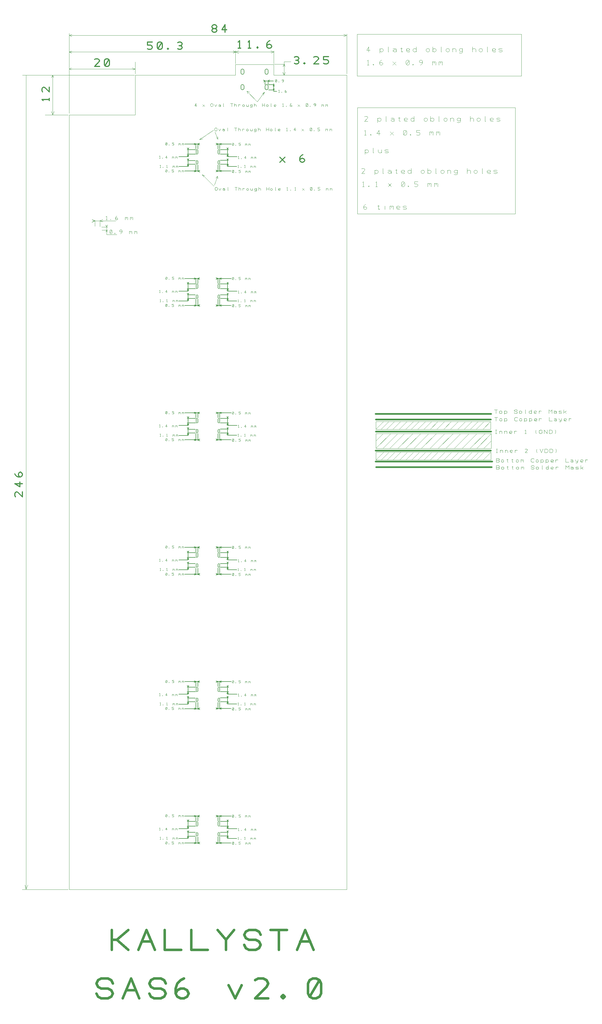
<source format=gbr>
%FSLAX33Y33*%
%MOMM*%
G04 EasyPC Gerber Version 16.0.6 Build 3249 *
%ADD92C,0.05000*%
%ADD91C,0.10000*%
%ADD73C,0.12000*%
%ADD84C,0.12700*%
%ADD11C,0.30000*%
%ADD89C,0.50000*%
%ADD25C,0.80000*%
X0Y0D02*
D02*
D11*
X3188Y154900D02*
Y153400D01*
X1875Y154713*
X1500Y154900*
X1125Y154713*
X938Y154338*
Y153775*
X1125Y153400*
X3188Y157338D02*
X938D01*
X2438Y156400*
Y157900*
X2625Y159400D02*
X2250Y159588D01*
X2063Y159963*
Y160338*
X2250Y160713*
X2625Y160900*
X3000Y160713*
X3188Y160338*
Y159963*
X3000Y159588*
X2625Y159400*
X2063*
X1500Y159588*
X1125Y159963*
X938Y160338*
X11388Y273075D02*
Y273825D01*
Y273450D02*
X9138D01*
X9513Y273075*
X11388Y277200D02*
Y275700D01*
X10075Y277013*
X9700Y277200*
X9325Y277013*
X9138Y276638*
Y276075*
X9325Y275700*
X26550Y283463D02*
X25050D01*
X26363Y284775*
X26550Y285150*
X26363Y285525*
X25988Y285713*
X25425*
X25050Y285525*
X28238Y283650D02*
X28613Y283463D01*
X28988*
X29363Y283650*
X29550Y284025*
Y285150*
X29363Y285525*
X28988Y285713*
X28613*
X28238Y285525*
X28050Y285150*
Y284025*
X28238Y283650*
X29363Y285525*
X41050Y288750D02*
X41425Y288563D01*
X41988*
X42363Y288750*
X42550Y289125*
Y289313*
X42363Y289688*
X41988Y289875*
X41050*
Y290813*
X42550*
X44238Y288750D02*
X44613Y288563D01*
X44988*
X45363Y288750*
X45550Y289125*
Y290250*
X45363Y290625*
X44988Y290813*
X44613*
X44238Y290625*
X44050Y290250*
Y289125*
X44238Y288750*
X45363Y290625*
X47238Y288563D02*
X47425Y288750D01*
X47238Y288938*
X47050Y288750*
X47238Y288563*
X50238Y288750D02*
X50613Y288563D01*
X50988*
X51363Y288750*
X51550Y289125*
X51363Y289500*
X50988Y289688*
X50613*
X50988D02*
X51363Y289875D01*
X51550Y290250*
X51363Y290625*
X50988Y290813*
X50613*
X50238Y290625*
X61113Y294888D02*
X61488D01*
X61863Y295075*
X62050Y295450*
X61863Y295825*
X61488Y296013*
X61113*
X60738Y295825*
X60550Y295450*
X60738Y295075*
X61113Y294888*
X60738Y294700*
X60550Y294325*
X60738Y293950*
X61113Y293763*
X61488*
X61863Y293950*
X62050Y294325*
X61863Y294700*
X61488Y294888*
X64488Y293763D02*
Y296013D01*
X63550Y294513*
X65050*
X68525Y288963D02*
X69275D01*
X68900D02*
Y291213D01*
X68525Y290838*
X71525Y288963D02*
X72275D01*
X71900D02*
Y291213D01*
X71525Y290838*
X74338Y288963D02*
X74525Y289150D01*
X74338Y289338*
X74150Y289150*
X74338Y288963*
X77150Y289525D02*
X77338Y289900D01*
X77713Y290088*
X78088*
X78463Y289900*
X78650Y289525*
X78463Y289150*
X78088Y288963*
X77713*
X77338Y289150*
X77150Y289525*
Y290088*
X77338Y290650*
X77713Y291025*
X78088Y291213*
X81150Y254513D02*
X82650Y256013D01*
Y254513D02*
X81150Y256013D01*
X87150Y255075D02*
X87338Y255450D01*
X87713Y255638*
X88088*
X88463Y255450*
X88650Y255075*
X88463Y254700*
X88088Y254513*
X87713*
X87338Y254700*
X87150Y255075*
Y255638*
X87338Y256200*
X87713Y256575*
X88088Y256763*
X85538Y284350D02*
X85913Y284163D01*
X86288*
X86663Y284350*
X86850Y284725*
X86663Y285100*
X86288Y285288*
X85913*
X86288D02*
X86663Y285475D01*
X86850Y285850*
X86663Y286225*
X86288Y286413*
X85913*
X85538Y286225*
X88538Y284163D02*
X88725Y284350D01*
X88538Y284538*
X88350Y284350*
X88538Y284163*
X92850D02*
X91350D01*
X92663Y285475*
X92850Y285850*
X92663Y286225*
X92288Y286413*
X91725*
X91350Y286225*
X94350Y284350D02*
X94725Y284163D01*
X95288*
X95663Y284350*
X95850Y284725*
Y284913*
X95663Y285288*
X95288Y285475*
X94350*
Y286413*
X95850*
D02*
D25*
X25550Y3400D02*
X26050Y2400D01*
X27050Y1900*
X29050*
X30050Y2400*
X30550Y3400*
X30050Y4400*
X29050Y4900*
X27050*
X26050Y5400*
X25550Y6400*
X26050Y7400*
X27050Y7900*
X29050*
X30050Y7400*
X30550Y6400*
X33550Y1900D02*
X36050Y7900D01*
X38550Y1900*
X34550Y4400D02*
X37550D01*
X41550Y3400D02*
X42050Y2400D01*
X43050Y1900*
X45050*
X46050Y2400*
X46550Y3400*
X46050Y4400*
X45050Y4900*
X43050*
X42050Y5400*
X41550Y6400*
X42050Y7400*
X43050Y7900*
X45050*
X46050Y7400*
X46550Y6400*
X49550Y3400D02*
X50050Y4400D01*
X51050Y4900*
X52050*
X53050Y4400*
X53550Y3400*
X53050Y2400*
X52050Y1900*
X51050*
X50050Y2400*
X49550Y3400*
Y4900*
X50050Y6400*
X51050Y7400*
X52050Y7900*
X65550Y5900D02*
X67550Y1900D01*
X69550Y5900*
X77550Y1900D02*
X73550D01*
X77050Y5400*
X77550Y6400*
X77050Y7400*
X76050Y7900*
X74550*
X73550Y7400*
X82050Y1900D02*
X82550Y2400D01*
X82050Y2900*
X81550Y2400*
X82050Y1900*
X90050Y2400D02*
X91050Y1900D01*
X92050*
X93050Y2400*
X93550Y3400*
Y6400*
X93050Y7400*
X92050Y7900*
X91050*
X90050Y7400*
X89550Y6400*
Y3400*
X90050Y2400*
X93050Y7400*
X30250Y16600D02*
Y22600D01*
Y19600D02*
X31750D01*
X35250Y22600*
X31750Y19600D02*
X35250Y16600D01*
X38250D02*
X40750Y22600D01*
X43250Y16600*
X39250Y19100D02*
X42250D01*
X46250Y22600D02*
Y16600D01*
X51250*
X54250Y22600D02*
Y16600D01*
X59250*
X64750D02*
Y19600D01*
X62250Y22600*
X64750Y19600D02*
X67250Y22600D01*
X70250Y18100D02*
X70750Y17100D01*
X71750Y16600*
X73750*
X74750Y17100*
X75250Y18100*
X74750Y19100*
X73750Y19600*
X71750*
X70750Y20100*
X70250Y21100*
X70750Y22100*
X71750Y22600*
X73750*
X74750Y22100*
X75250Y21100*
X80750Y16600D02*
Y22600D01*
X78250D02*
X83250D01*
X86250Y16600D02*
X88750Y22600D01*
X91250Y16600*
X87250Y19100D02*
X90250D01*
D02*
D73*
X4350Y34800D02*
X3950Y36100D01*
X4350Y34900D02*
X4850Y36100D01*
X4350Y280800D02*
Y34800D01*
X12350Y268900D02*
X11950Y269800D01*
X12350Y268900D02*
X12750Y269800D01*
X12350Y280800D02*
X12050Y280100D01*
X12350Y280800D02*
X12650Y280100D01*
X12350Y280800D02*
Y268900D01*
X17050Y34800D02*
X3150D01*
X17050Y268800D02*
X10050D01*
X17350Y34800D02*
Y268800D01*
X37350*
Y280800*
X67650*
Y284050*
X79250*
Y280800*
X101350*
Y34800*
X17350*
Y269300D02*
Y293400D01*
Y282700D02*
X17950Y282400D01*
X17350Y282700D02*
X17950Y283000D01*
X17350Y287800D02*
X18050Y287500D01*
X17350Y287800D02*
X18150Y288100D01*
X17350Y292800D02*
X18150Y292500D01*
X17350Y292800D02*
X18150Y293100D01*
X24500Y236800D02*
X31400D01*
X25100D02*
X24250Y236400D01*
X25150Y235150D02*
Y236950D01*
Y236800D02*
X24300Y237250D01*
X26700Y235100D02*
Y235250D01*
Y236850*
Y235350D02*
Y235250D01*
Y236800D02*
X27500Y236500D01*
X26700Y236850D02*
Y236950D01*
X26750Y236850D02*
X27550Y237200D01*
X27200Y234900D02*
X28950D01*
X27250Y234000D02*
X28950D01*
X28488Y237131D02*
X28863D01*
X28675D02*
Y238256D01*
X28488Y238069*
X29894Y237131D02*
X29988Y237225D01*
X29894Y237319*
X29800Y237225*
X29894Y237131*
X31300Y237413D02*
X31394Y237600D01*
X31582Y237694*
X31769*
X31957Y237600*
X32050Y237413*
X31957Y237225*
X31769Y237131*
X31582*
X31394Y237225*
X31300Y237413*
Y237694*
X31394Y237975*
X31582Y238163*
X31769Y238256*
X34300Y237131D02*
Y237881D01*
Y237788D02*
X34394Y237881D01*
X34582*
X34675Y237788*
Y237506*
Y237788D02*
X34769Y237881D01*
X34957*
X35050Y237788*
Y237131*
X35800D02*
Y237881D01*
Y237788D02*
X35894Y237881D01*
X36082*
X36175Y237788*
Y237506*
Y237788D02*
X36269Y237881D01*
X36457*
X36550Y237788*
Y237131*
X28700Y233300D02*
Y232600D01*
Y234000D02*
X28450Y233500D01*
X28700Y234950D02*
X28400Y235550D01*
X28700Y235400D02*
Y233300D01*
X28750Y232600D02*
X31750D01*
X28750Y234000D02*
X28900Y233550D01*
X28750Y235000D02*
X29000Y235600D01*
X29694Y233025D02*
X29882Y232931D01*
X30069*
X30257Y233025*
X30350Y233213*
Y233775*
X30257Y233963*
X30069Y234056*
X29882*
X29694Y233963*
X29600Y233775*
Y233213*
X29694Y233025*
X30257Y233963*
X31194Y232931D02*
X31288Y233025D01*
X31194Y233119*
X31100Y233025*
X31194Y232931*
X32882D02*
X33069Y233025D01*
X33257Y233213*
X33350Y233494*
Y233775*
X33257Y233963*
X33069Y234056*
X32882*
X32694Y233963*
X32600Y233775*
X32694Y233588*
X32882Y233494*
X33069*
X33257Y233588*
X33350Y233775*
X35600Y232931D02*
Y233681D01*
Y233588D02*
X35694Y233681D01*
X35882*
X35975Y233588*
Y233306*
Y233588D02*
X36069Y233681D01*
X36257*
X36350Y233588*
Y232931*
X37100D02*
Y233681D01*
Y233588D02*
X37194Y233681D01*
X37382*
X37475Y233588*
Y233306*
Y233588D02*
X37569Y233681D01*
X37757*
X37850Y233588*
Y232931*
X37050Y280800D02*
X3250D01*
X37350Y281200D02*
Y284800D01*
Y282700D02*
X36550Y282400D01*
X37350Y282700D02*
X36450Y283000D01*
X37350Y282700D02*
X17350D01*
X56850Y261350D02*
X57650Y261550D01*
X56850Y261400D02*
X57300Y261950D01*
X57600Y250750D02*
X58300Y250400D01*
X57700Y250650D02*
X58000Y250100D01*
X61050Y264250D02*
X56850Y261350D01*
X61100Y247300D02*
X57675Y250725D01*
X61300Y247650D02*
X62250Y250250D01*
X61450Y263650D02*
X62350Y261450D01*
X62200Y250350D02*
X61750Y249700D01*
X62250Y250300D02*
X62300Y249600D01*
Y261500D02*
X61900Y261950D01*
X62350Y261500D02*
Y262150D01*
X67550Y287800D02*
X17350D01*
X67650Y284300D02*
Y288300D01*
Y287800D02*
X66950Y287500D01*
X67650Y287800D02*
X66950Y288200D01*
X67650Y287800D02*
X68550Y288200D01*
X67650Y287800D02*
X68550Y287450D01*
X67650Y287800D02*
X79300D01*
X71150Y276000D02*
X71850Y275700D01*
X71150Y276000D02*
X71350Y275200D01*
X74250Y272800D02*
X71150Y276000D01*
X74250Y272800D02*
X76450Y275700D01*
X75750Y275100*
X76450Y275700D02*
X76150Y274800D01*
X79250Y284300D02*
Y288200D01*
Y287800D02*
X78400Y287500D01*
X79250Y287800D02*
X78300Y288150D01*
X79450Y284100D02*
X82550D01*
X82350Y280800D02*
X81950Y281700D01*
X82350Y280800D02*
X82750Y281700D01*
X82350Y280800D02*
Y284900D01*
Y284100D02*
X82650Y283400D01*
X82350Y284100D02*
X82050Y283400D01*
X82350Y284900D02*
X84450D01*
X101250Y292800D02*
X100450Y292500D01*
X101250Y292800D02*
X100450Y293200D01*
X101350Y281200D02*
Y293300D01*
Y292800D02*
X17350D01*
X104500Y280600D02*
X154150D01*
Y293200*
X104500*
Y280600*
X104600Y238900D02*
X152300D01*
Y271000*
X104600*
Y238900*
X106800Y251125D02*
X105800D01*
X106675Y252000*
X106800Y252250*
X106675Y252500*
X106425Y252625*
X106050*
X105800Y252500*
X109800Y252125D02*
Y250750D01*
Y251500D02*
X109925Y251250D01*
X110175Y251125*
X110425*
X110675Y251250*
X110800Y251500*
Y251750*
X110675Y252000*
X110425Y252125*
X110175*
X109925Y252000*
X109800Y251750*
Y251500*
X112425Y251125D02*
X112300D01*
Y252625*
X113800Y252000D02*
X114050Y252125D01*
X114425*
X114675Y252000*
X114800Y251750*
Y251375*
X114675Y251250*
X114425Y251125*
X114175*
X113925Y251250*
X113800Y251375*
Y251500*
X113925Y251625*
X114175Y251750*
X114425*
X114675Y251625*
X114800Y251500*
Y251375D02*
Y251125D01*
X116050Y252125D02*
X116550D01*
X116300Y252375D02*
Y251250D01*
X116425Y251125*
X116550*
X116675Y251250*
X118800D02*
X118675Y251125D01*
X118425*
X118175*
X117925Y251250*
X117800Y251500*
Y251875*
X117925Y252000*
X118175Y252125*
X118425*
X118675Y252000*
X118800Y251875*
Y251750*
X118675Y251625*
X118425Y251500*
X118175*
X117925Y251625*
X117800Y251750*
X120800D02*
X120675Y252000D01*
X120425Y252125*
X120175*
X119925Y252000*
X119800Y251750*
Y251500*
X119925Y251250*
X120175Y251125*
X120425*
X120675Y251250*
X120800Y251500*
Y251125D02*
Y252625D01*
X123800Y251500D02*
X123925Y251250D01*
X124175Y251125*
X124425*
X124675Y251250*
X124800Y251500*
Y251750*
X124675Y252000*
X124425Y252125*
X124175*
X123925Y252000*
X123800Y251750*
Y251500*
X125800D02*
X125925Y251250D01*
X126175Y251125*
X126425*
X126675Y251250*
X126800Y251500*
Y251750*
X126675Y252000*
X126425Y252125*
X126175*
X125925Y252000*
X125800Y251750*
Y251125D02*
Y252625D01*
X128425Y251125D02*
X128300D01*
Y252625*
X129800Y251500D02*
X129925Y251250D01*
X130175Y251125*
X130425*
X130675Y251250*
X130800Y251500*
Y251750*
X130675Y252000*
X130425Y252125*
X130175*
X129925Y252000*
X129800Y251750*
Y251500*
X131800Y251125D02*
Y252125D01*
Y251750D02*
X131925Y252000D01*
X132175Y252125*
X132425*
X132675Y252000*
X132800Y251750*
Y251125*
X134800Y251750D02*
X134675Y252000D01*
X134425Y252125*
X134175*
X133925Y252000*
X133800Y251750*
Y251625*
X133925Y251375*
X134175Y251250*
X134425*
X134675Y251375*
X134800Y251625*
Y252125D02*
Y251125D01*
X134675Y250875*
X134425Y250750*
X134050*
X133800Y250875*
X137800Y251125D02*
Y252625D01*
Y251750D02*
X137925Y252000D01*
X138175Y252125*
X138425*
X138675Y252000*
X138800Y251750*
Y251125*
X139800Y251500D02*
X139925Y251250D01*
X140175Y251125*
X140425*
X140675Y251250*
X140800Y251500*
Y251750*
X140675Y252000*
X140425Y252125*
X140175*
X139925Y252000*
X139800Y251750*
Y251500*
X142425Y251125D02*
X142300D01*
Y252625*
X144800Y251250D02*
X144675Y251125D01*
X144425*
X144175*
X143925Y251250*
X143800Y251500*
Y251875*
X143925Y252000*
X144175Y252125*
X144425*
X144675Y252000*
X144800Y251875*
Y251750*
X144675Y251625*
X144425Y251500*
X144175*
X143925Y251625*
X143800Y251750*
X145800Y251250D02*
X146050Y251125D01*
X146550*
X146800Y251250*
Y251500*
X146550Y251625*
X146050*
X145800Y251750*
Y252000*
X146050Y252125*
X146550*
X146800Y252000*
X106100Y247125D02*
X106600D01*
X106350D02*
Y248625D01*
X106100Y248375*
X107975Y247125D02*
X108100Y247250D01*
X107975Y247375*
X107850Y247250*
X107975Y247125*
X110100D02*
X110600D01*
X110350D02*
Y248625D01*
X110100Y248375*
X113850Y247125D02*
X114850Y248125D01*
Y247125D02*
X113850Y248125D01*
X117975Y247250D02*
X118225Y247125D01*
X118475*
X118725Y247250*
X118850Y247500*
Y248250*
X118725Y248500*
X118475Y248625*
X118225*
X117975Y248500*
X117850Y248250*
Y247500*
X117975Y247250*
X118725Y248500*
X119975Y247125D02*
X120100Y247250D01*
X119975Y247375*
X119850Y247250*
X119975Y247125*
X121850Y247250D02*
X122100Y247125D01*
X122475*
X122725Y247250*
X122850Y247500*
Y247625*
X122725Y247875*
X122475Y248000*
X121850*
Y248625*
X122850*
X125850Y247125D02*
Y248125D01*
Y248000D02*
X125975Y248125D01*
X126225*
X126350Y248000*
Y247625*
Y248000D02*
X126475Y248125D01*
X126725*
X126850Y248000*
Y247125*
X127850D02*
Y248125D01*
Y248000D02*
X127975Y248125D01*
X128225*
X128350Y248000*
Y247625*
Y248000D02*
X128475Y248125D01*
X128725*
X128850Y248000*
Y247125*
X106400Y240650D02*
X106525Y240900D01*
X106775Y241025*
X107025*
X107275Y240900*
X107400Y240650*
X107275Y240400*
X107025Y240275*
X106775*
X106525Y240400*
X106400Y240650*
Y241025*
X106525Y241400*
X106775Y241650*
X107025Y241775*
X110650Y241275D02*
X111150D01*
X110900Y241525D02*
Y240400D01*
X111025Y240275*
X111150*
X111275Y240400*
X112900Y240275D02*
Y241275D01*
Y241650D02*
X114400Y240275*
Y241275D01*
Y241150D02*
X114525Y241275D01*
X114775*
X114900Y241150*
Y240775*
Y241150D02*
X115025Y241275D01*
X115275*
X115400Y241150*
Y240275*
X117400Y240400D02*
X117275Y240275D01*
X117025*
X116775*
X116525Y240400*
X116400Y240650*
Y241025*
X116525Y241150*
X116775Y241275*
X117025*
X117275Y241150*
X117400Y241025*
Y240900*
X117275Y240775*
X117025Y240650*
X116775*
X116525Y240775*
X116400Y240900*
X118400Y240400D02*
X118650Y240275D01*
X119150*
X119400Y240400*
Y240650*
X119150Y240775*
X118650*
X118400Y240900*
Y241150*
X118650Y241275*
X119150*
X119400Y241150*
X106700Y262675D02*
X107200D01*
X106950D02*
Y264175D01*
X106700Y263925*
X108575Y262675D02*
X108700Y262800D01*
X108575Y262925*
X108450Y262800*
X108575Y262675*
X111075D02*
Y264175D01*
X110450Y263175*
X111450*
X114450Y262675D02*
X115450Y263675D01*
Y262675D02*
X114450Y263675D01*
X118575Y262800D02*
X118825Y262675D01*
X119075*
X119325Y262800*
X119450Y263050*
Y263800*
X119325Y264050*
X119075Y264175*
X118825*
X118575Y264050*
X118450Y263800*
Y263050*
X118575Y262800*
X119325Y264050*
X120575Y262675D02*
X120700Y262800D01*
X120575Y262925*
X120450Y262800*
X120575Y262675*
X122450Y262800D02*
X122700Y262675D01*
X123075*
X123325Y262800*
X123450Y263050*
Y263175*
X123325Y263425*
X123075Y263550*
X122450*
Y264175*
X123450*
X126450Y262675D02*
Y263675D01*
Y263550D02*
X126575Y263675D01*
X126825*
X126950Y263550*
Y263175*
Y263550D02*
X127075Y263675D01*
X127325*
X127450Y263550*
Y262675*
X128450D02*
Y263675D01*
Y263550D02*
X128575Y263675D01*
X128825*
X128950Y263550*
Y263175*
Y263550D02*
X129075Y263675D01*
X129325*
X129450Y263550*
Y262675*
X107700Y266875D02*
X106700D01*
X107575Y267750*
X107700Y268000*
X107575Y268250*
X107325Y268375*
X106950*
X106700Y268250*
X110700Y267875D02*
Y266500D01*
Y267250D02*
X110825Y267000D01*
X111075Y266875*
X111325*
X111575Y267000*
X111700Y267250*
Y267500*
X111575Y267750*
X111325Y267875*
X111075*
X110825Y267750*
X110700Y267500*
Y267250*
X113325Y266875D02*
X113200D01*
Y268375*
X114700Y267750D02*
X114950Y267875D01*
X115325*
X115575Y267750*
X115700Y267500*
Y267125*
X115575Y267000*
X115325Y266875*
X115075*
X114825Y267000*
X114700Y267125*
Y267250*
X114825Y267375*
X115075Y267500*
X115325*
X115575Y267375*
X115700Y267250*
Y267125D02*
Y266875D01*
X116950Y267875D02*
X117450D01*
X117200Y268125D02*
Y267000D01*
X117325Y266875*
X117450*
X117575Y267000*
X119700D02*
X119575Y266875D01*
X119325*
X119075*
X118825Y267000*
X118700Y267250*
Y267625*
X118825Y267750*
X119075Y267875*
X119325*
X119575Y267750*
X119700Y267625*
Y267500*
X119575Y267375*
X119325Y267250*
X119075*
X118825Y267375*
X118700Y267500*
X121700D02*
X121575Y267750D01*
X121325Y267875*
X121075*
X120825Y267750*
X120700Y267500*
Y267250*
X120825Y267000*
X121075Y266875*
X121325*
X121575Y267000*
X121700Y267250*
Y266875D02*
Y268375D01*
X124700Y267250D02*
X124825Y267000D01*
X125075Y266875*
X125325*
X125575Y267000*
X125700Y267250*
Y267500*
X125575Y267750*
X125325Y267875*
X125075*
X124825Y267750*
X124700Y267500*
Y267250*
X126700D02*
X126825Y267000D01*
X127075Y266875*
X127325*
X127575Y267000*
X127700Y267250*
Y267500*
X127575Y267750*
X127325Y267875*
X127075*
X126825Y267750*
X126700Y267500*
Y266875D02*
Y268375D01*
X129325Y266875D02*
X129200D01*
Y268375*
X130700Y267250D02*
X130825Y267000D01*
X131075Y266875*
X131325*
X131575Y267000*
X131700Y267250*
Y267500*
X131575Y267750*
X131325Y267875*
X131075*
X130825Y267750*
X130700Y267500*
Y267250*
X132700Y266875D02*
Y267875D01*
Y267500D02*
X132825Y267750D01*
X133075Y267875*
X133325*
X133575Y267750*
X133700Y267500*
Y266875*
X135700Y267500D02*
X135575Y267750D01*
X135325Y267875*
X135075*
X134825Y267750*
X134700Y267500*
Y267375*
X134825Y267125*
X135075Y267000*
X135325*
X135575Y267125*
X135700Y267375*
Y267875D02*
Y266875D01*
X135575Y266625*
X135325Y266500*
X134950*
X134700Y266625*
X138700Y266875D02*
Y268375D01*
Y267500D02*
X138825Y267750D01*
X139075Y267875*
X139325*
X139575Y267750*
X139700Y267500*
Y266875*
X140700Y267250D02*
X140825Y267000D01*
X141075Y266875*
X141325*
X141575Y267000*
X141700Y267250*
Y267500*
X141575Y267750*
X141325Y267875*
X141075*
X140825Y267750*
X140700Y267500*
Y267250*
X143325Y266875D02*
X143200D01*
Y268375*
X145700Y267000D02*
X145575Y266875D01*
X145325*
X145075*
X144825Y267000*
X144700Y267250*
Y267625*
X144825Y267750*
X145075Y267875*
X145325*
X145575Y267750*
X145700Y267625*
Y267500*
X145575Y267375*
X145325Y267250*
X145075*
X144825Y267375*
X144700Y267500*
X146700Y267000D02*
X146950Y266875D01*
X147450*
X147700Y267000*
Y267250*
X147450Y267375*
X146950*
X146700Y267500*
Y267750*
X146950Y267875*
X147450*
X147700Y267750*
X106850Y258325D02*
Y256950D01*
Y257700D02*
X106975Y257450D01*
X107225Y257325*
X107475*
X107725Y257450*
X107850Y257700*
Y257950*
X107725Y258200*
X107475Y258325*
X107225*
X106975Y258200*
X106850Y257950*
Y257700*
X109475Y257325D02*
X109350D01*
Y258825*
X110850Y258325D02*
Y257700D01*
X110975Y257450*
X111225Y257325*
X111475*
X111725Y257450*
X111850Y257700*
Y258325D02*
Y257325D01*
X112850Y257450D02*
X113100Y257325D01*
X113600*
X113850Y257450*
Y257700*
X113600Y257825*
X113100*
X112850Y257950*
Y258200*
X113100Y258325*
X113600*
X113850Y258200*
X107500Y283875D02*
X108000D01*
X107750D02*
Y285375D01*
X107500Y285125*
X109375Y283875D02*
X109500Y284000D01*
X109375Y284125*
X109250Y284000*
X109375Y283875*
X111250Y284250D02*
X111375Y284500D01*
X111625Y284625*
X111875*
X112125Y284500*
X112250Y284250*
X112125Y284000*
X111875Y283875*
X111625*
X111375Y284000*
X111250Y284250*
Y284625*
X111375Y285000*
X111625Y285250*
X111875Y285375*
X115250Y283875D02*
X116250Y284875D01*
Y283875D02*
X115250Y284875D01*
X119375Y284000D02*
X119625Y283875D01*
X119875*
X120125Y284000*
X120250Y284250*
Y285000*
X120125Y285250*
X119875Y285375*
X119625*
X119375Y285250*
X119250Y285000*
Y284250*
X119375Y284000*
X120125Y285250*
X121375Y283875D02*
X121500Y284000D01*
X121375Y284125*
X121250Y284000*
X121375Y283875*
X123625D02*
X123875Y284000D01*
X124125Y284250*
X124250Y284625*
Y285000*
X124125Y285250*
X123875Y285375*
X123625*
X123375Y285250*
X123250Y285000*
X123375Y284750*
X123625Y284625*
X123875*
X124125Y284750*
X124250Y285000*
X127250Y283875D02*
Y284875D01*
Y284750D02*
X127375Y284875D01*
X127625*
X127750Y284750*
Y284375*
Y284750D02*
X127875Y284875D01*
X128125*
X128250Y284750*
Y283875*
X129250D02*
Y284875D01*
Y284750D02*
X129375Y284875D01*
X129625*
X129750Y284750*
Y284375*
Y284750D02*
X129875Y284875D01*
X130125*
X130250Y284750*
Y283875*
X107975Y287875D02*
Y289375D01*
X107350Y288375*
X108350*
X111350Y288875D02*
Y287500D01*
Y288250D02*
X111475Y288000D01*
X111725Y287875*
X111975*
X112225Y288000*
X112350Y288250*
Y288500*
X112225Y288750*
X111975Y288875*
X111725*
X111475Y288750*
X111350Y288500*
Y288250*
X113975Y287875D02*
X113850D01*
Y289375*
X115350Y288750D02*
X115600Y288875D01*
X115975*
X116225Y288750*
X116350Y288500*
Y288125*
X116225Y288000*
X115975Y287875*
X115725*
X115475Y288000*
X115350Y288125*
Y288250*
X115475Y288375*
X115725Y288500*
X115975*
X116225Y288375*
X116350Y288250*
Y288125D02*
Y287875D01*
X117600Y288875D02*
X118100D01*
X117850Y289125D02*
Y288000D01*
X117975Y287875*
X118100*
X118225Y288000*
X120350D02*
X120225Y287875D01*
X119975*
X119725*
X119475Y288000*
X119350Y288250*
Y288625*
X119475Y288750*
X119725Y288875*
X119975*
X120225Y288750*
X120350Y288625*
Y288500*
X120225Y288375*
X119975Y288250*
X119725*
X119475Y288375*
X119350Y288500*
X122350D02*
X122225Y288750D01*
X121975Y288875*
X121725*
X121475Y288750*
X121350Y288500*
Y288250*
X121475Y288000*
X121725Y287875*
X121975*
X122225Y288000*
X122350Y288250*
Y287875D02*
Y289375D01*
X125350Y288250D02*
X125475Y288000D01*
X125725Y287875*
X125975*
X126225Y288000*
X126350Y288250*
Y288500*
X126225Y288750*
X125975Y288875*
X125725*
X125475Y288750*
X125350Y288500*
Y288250*
X127350D02*
X127475Y288000D01*
X127725Y287875*
X127975*
X128225Y288000*
X128350Y288250*
Y288500*
X128225Y288750*
X127975Y288875*
X127725*
X127475Y288750*
X127350Y288500*
Y287875D02*
Y289375D01*
X129975Y287875D02*
X129850D01*
Y289375*
X131350Y288250D02*
X131475Y288000D01*
X131725Y287875*
X131975*
X132225Y288000*
X132350Y288250*
Y288500*
X132225Y288750*
X131975Y288875*
X131725*
X131475Y288750*
X131350Y288500*
Y288250*
X133350Y287875D02*
Y288875D01*
Y288500D02*
X133475Y288750D01*
X133725Y288875*
X133975*
X134225Y288750*
X134350Y288500*
Y287875*
X136350Y288500D02*
X136225Y288750D01*
X135975Y288875*
X135725*
X135475Y288750*
X135350Y288500*
Y288375*
X135475Y288125*
X135725Y288000*
X135975*
X136225Y288125*
X136350Y288375*
Y288875D02*
Y287875D01*
X136225Y287625*
X135975Y287500*
X135600*
X135350Y287625*
X139350Y287875D02*
Y289375D01*
Y288500D02*
X139475Y288750D01*
X139725Y288875*
X139975*
X140225Y288750*
X140350Y288500*
Y287875*
X141350Y288250D02*
X141475Y288000D01*
X141725Y287875*
X141975*
X142225Y288000*
X142350Y288250*
Y288500*
X142225Y288750*
X141975Y288875*
X141725*
X141475Y288750*
X141350Y288500*
Y288250*
X143975Y287875D02*
X143850D01*
Y289375*
X146350Y288000D02*
X146225Y287875D01*
X145975*
X145725*
X145475Y288000*
X145350Y288250*
Y288625*
X145475Y288750*
X145725Y288875*
X145975*
X146225Y288750*
X146350Y288625*
Y288500*
X146225Y288375*
X145975Y288250*
X145725*
X145475Y288375*
X145350Y288500*
X147350Y288000D02*
X147600Y287875D01*
X148100*
X148350Y288000*
Y288250*
X148100Y288375*
X147600*
X147350Y288500*
Y288750*
X147600Y288875*
X148100*
X148350Y288750*
X110150Y168000D02*
X145050D01*
Y172500*
X110150*
Y168000*
Y168100D02*
X114525Y172475D01*
X110150Y170350D02*
X112275Y172475D01*
X110150Y173800D02*
X144900D01*
Y176150*
X110150*
Y173800*
X110200Y164550D02*
X144950D01*
Y166900*
X110200*
Y164550*
Y173900D02*
X112450Y176150D01*
X110250Y164650D02*
X112500Y166900D01*
X111750Y173850D02*
X114025Y176125D01*
X111800Y164600D02*
X114075Y166875D01*
X112300Y168050D02*
X116675Y172425D01*
X113500Y173850D02*
X115775Y176125D01*
X113550Y164600D02*
X115825Y166875D01*
X114300Y168050D02*
X118675Y172425D01*
X115350Y173900D02*
X117625Y176175D01*
X115400Y164650D02*
X117675Y166925D01*
X116850Y168100D02*
X121225Y172475D01*
X117300Y173850D02*
X119575Y176125D01*
X117350Y164600D02*
X119625Y166875D01*
X119200Y173850D02*
X121475Y176125D01*
X119250Y164600D02*
X121525Y166875D01*
X119250Y168100D02*
X123625Y172475D01*
X120950Y173850D02*
X123225Y176125D01*
X121000Y164600D02*
X123275Y166875D01*
X121700Y168050D02*
X126075Y172425D01*
X122850Y173850D02*
X125125Y176125D01*
X122900Y164600D02*
X125175Y166875D01*
X124000Y168100D02*
X128375Y172475D01*
X124700Y173850D02*
X126975Y176125D01*
X124750Y164600D02*
X127025Y166875D01*
X126500Y168050D02*
X130875Y172425D01*
X126550Y173800D02*
X128825Y176075D01*
X126600Y164550D02*
X128875Y166825D01*
X128650Y173850D02*
X130925Y176125D01*
X128700Y164600D02*
X130975Y166875D01*
X129050Y168100D02*
X133425Y172475D01*
X130700Y173850D02*
X132975Y176125D01*
X130750Y164600D02*
X133025Y166875D01*
X131350Y168050D02*
X135725Y172425D01*
X132800Y173850D02*
X135075Y176125D01*
X132850Y164600D02*
X135125Y166875D01*
X133850Y168050D02*
X138225Y172425D01*
X134850Y173800D02*
X137125Y176075D01*
X134900Y164550D02*
X137175Y166825D01*
X136300Y168100D02*
X140675Y172475D01*
X136900Y173850D02*
X139175Y176125D01*
X136950Y164600D02*
X139225Y166875D01*
X138700Y168100D02*
X143075Y172475D01*
X138800Y173850D02*
X141075Y176125D01*
X138850Y164600D02*
X141125Y166875D01*
X140450Y173800D02*
X142725Y176075D01*
X140500Y164550D02*
X142775Y166825D01*
X140600Y168050D02*
X144975Y172425D01*
X142550Y173850D02*
X144825Y176125D01*
X142600Y164600D02*
X144875Y166875D01*
X142800Y168100D02*
X145000Y170300D01*
X146469Y178631D02*
Y179756D01*
X146000D02*
X146938D01*
X147500Y178913D02*
X147594Y178725D01*
X147781Y178631*
X147969*
X148156Y178725*
X148250Y178913*
Y179100*
X148156Y179288*
X147969Y179381*
X147781*
X147594Y179288*
X147500Y179100*
Y178913*
X149000Y179381D02*
Y178350D01*
Y178913D02*
X149094Y178725D01*
X149281Y178631*
X149469*
X149656Y178725*
X149750Y178913*
Y179100*
X149656Y179288*
X149469Y179381*
X149281*
X149094Y179288*
X149000Y179100*
Y178913*
X152000D02*
X152094Y178725D01*
X152281Y178631*
X152656*
X152844Y178725*
X152938Y178913*
X152844Y179100*
X152656Y179194*
X152281*
X152094Y179288*
X152000Y179475*
X152094Y179663*
X152281Y179756*
X152656*
X152844Y179663*
X152938Y179475*
X153500Y178913D02*
X153594Y178725D01*
X153781Y178631*
X153969*
X154156Y178725*
X154250Y178913*
Y179100*
X154156Y179288*
X153969Y179381*
X153781*
X153594Y179288*
X153500Y179100*
Y178913*
X155469Y178631D02*
X155375D01*
Y179756*
X157250Y179100D02*
X157156Y179288D01*
X156969Y179381*
X156781*
X156594Y179288*
X156500Y179100*
Y178913*
X156594Y178725*
X156781Y178631*
X156969*
X157156Y178725*
X157250Y178913*
Y178631D02*
Y179756D01*
X158750Y178725D02*
X158656Y178631D01*
X158469*
X158281*
X158094Y178725*
X158000Y178913*
Y179194*
X158094Y179288*
X158281Y179381*
X158469*
X158656Y179288*
X158750Y179194*
Y179100*
X158656Y179006*
X158469Y178913*
X158281*
X158094Y179006*
X158000Y179100*
X159500Y178631D02*
Y179381D01*
Y179100D02*
X159594Y179288D01*
X159781Y179381*
X159969*
X160156Y179288*
X162500Y178631D02*
Y179756D01*
X162969Y179194*
X163438Y179756*
Y178631*
X164000Y179288D02*
X164188Y179381D01*
X164469*
X164656Y179288*
X164750Y179100*
Y178819*
X164656Y178725*
X164469Y178631*
X164281*
X164094Y178725*
X164000Y178819*
Y178913*
X164094Y179006*
X164281Y179100*
X164469*
X164656Y179006*
X164750Y178913*
Y178819D02*
Y178631D01*
X165500Y178725D02*
X165688Y178631D01*
X166063*
X166250Y178725*
Y178913*
X166063Y179006*
X165688*
X165500Y179100*
Y179288*
X165688Y179381*
X166063*
X166250Y179288*
X167000Y178631D02*
Y179756D01*
Y179006D02*
X167281D01*
X167750Y179381*
X167281Y179006D02*
X167750Y178631D01*
X146331Y172531D02*
X146706D01*
X146519D02*
Y173656D01*
X146331D02*
X146706D01*
X147550Y172531D02*
Y173281D01*
Y173000D02*
X147644Y173188D01*
X147831Y173281*
X148019*
X148206Y173188*
X148300Y173000*
Y172531*
X149050D02*
Y173281D01*
Y173000D02*
X149144Y173188D01*
X149331Y173281*
X149519*
X149706Y173188*
X149800Y173000*
Y172531*
X151300Y172625D02*
X151206Y172531D01*
X151019*
X150831*
X150644Y172625*
X150550Y172813*
Y173094*
X150644Y173188*
X150831Y173281*
X151019*
X151206Y173188*
X151300Y173094*
Y173000*
X151206Y172906*
X151019Y172813*
X150831*
X150644Y172906*
X150550Y173000*
X152050Y172531D02*
Y173281D01*
Y173000D02*
X152144Y173188D01*
X152331Y173281*
X152519*
X152706Y173188*
X155238Y172531D02*
X155613D01*
X155425D02*
Y173656D01*
X155238Y173469*
X158706Y172531D02*
X158519Y172813D01*
Y173469*
X158706Y173656*
X160206Y173000D02*
X160488D01*
Y172906*
X160394Y172719*
X160300Y172625*
X160113Y172531*
X159925*
X159738Y172625*
X159644Y172719*
X159550Y172906*
Y173281*
X159644Y173469*
X159738Y173563*
X159925Y173656*
X160113*
X160300Y173563*
X160394Y173469*
X160488Y173281*
X161050Y172531D02*
Y173656D01*
X161988Y172531*
Y173656*
X162550Y172531D02*
Y173656D01*
X163113*
X163300Y173563*
X163394Y173469*
X163488Y173281*
Y172906*
X163394Y172719*
X163300Y172625*
X163113Y172531*
X162550*
X164331D02*
X164519Y172813D01*
Y173469*
X164331Y173656*
X146519Y176331D02*
Y177456D01*
X146050D02*
X146988D01*
X147550Y176613D02*
X147644Y176425D01*
X147831Y176331*
X148019*
X148206Y176425*
X148300Y176613*
Y176800*
X148206Y176988*
X148019Y177081*
X147831*
X147644Y176988*
X147550Y176800*
Y176613*
X149050Y177081D02*
Y176050D01*
Y176613D02*
X149144Y176425D01*
X149331Y176331*
X149519*
X149706Y176425*
X149800Y176613*
Y176800*
X149706Y176988*
X149519Y177081*
X149331*
X149144Y176988*
X149050Y176800*
Y176613*
X152988Y176519D02*
X152894Y176425D01*
X152706Y176331*
X152425*
X152238Y176425*
X152144Y176519*
X152050Y176706*
Y177081*
X152144Y177269*
X152238Y177363*
X152425Y177456*
X152706*
X152894Y177363*
X152988Y177269*
X153550Y176613D02*
X153644Y176425D01*
X153831Y176331*
X154019*
X154206Y176425*
X154300Y176613*
Y176800*
X154206Y176988*
X154019Y177081*
X153831*
X153644Y176988*
X153550Y176800*
Y176613*
X155050Y177081D02*
Y176050D01*
Y176613D02*
X155144Y176425D01*
X155331Y176331*
X155519*
X155706Y176425*
X155800Y176613*
Y176800*
X155706Y176988*
X155519Y177081*
X155331*
X155144Y176988*
X155050Y176800*
Y176613*
X156550Y177081D02*
Y176050D01*
Y176613D02*
X156644Y176425D01*
X156831Y176331*
X157019*
X157206Y176425*
X157300Y176613*
Y176800*
X157206Y176988*
X157019Y177081*
X156831*
X156644Y176988*
X156550Y176800*
Y176613*
X158800Y176425D02*
X158706Y176331D01*
X158519*
X158331*
X158144Y176425*
X158050Y176613*
Y176894*
X158144Y176988*
X158331Y177081*
X158519*
X158706Y176988*
X158800Y176894*
Y176800*
X158706Y176706*
X158519Y176613*
X158331*
X158144Y176706*
X158050Y176800*
X159550Y176331D02*
Y177081D01*
Y176800D02*
X159644Y176988D01*
X159831Y177081*
X160019*
X160206Y176988*
X162550Y177456D02*
Y176331D01*
X163488*
X164050Y176988D02*
X164238Y177081D01*
X164519*
X164706Y176988*
X164800Y176800*
Y176519*
X164706Y176425*
X164519Y176331*
X164331*
X164144Y176425*
X164050Y176519*
Y176613*
X164144Y176706*
X164331Y176800*
X164519*
X164706Y176706*
X164800Y176613*
Y176519D02*
Y176331D01*
X165550Y177081D02*
X165644Y176706D01*
X165831Y176519*
X166019*
X166206Y176706*
X166300Y177081*
X166206Y176706D02*
X166113Y176331D01*
X166019Y176144*
X165831Y176050*
X165644Y176144*
X167800Y176425D02*
X167706Y176331D01*
X167519*
X167331*
X167144Y176425*
X167050Y176613*
Y176894*
X167144Y176988*
X167331Y177081*
X167519*
X167706Y176988*
X167800Y176894*
Y176800*
X167706Y176706*
X167519Y176613*
X167331*
X167144Y176706*
X167050Y176800*
X168550Y176331D02*
Y177081D01*
Y176800D02*
X168644Y176988D01*
X168831Y177081*
X169019*
X169206Y176988*
X146531Y166781D02*
X146906D01*
X146719D02*
Y167906D01*
X146531D02*
X146906D01*
X147750Y166781D02*
Y167531D01*
Y167250D02*
X147844Y167438D01*
X148031Y167531*
X148219*
X148406Y167438*
X148500Y167250*
Y166781*
X149250D02*
Y167531D01*
Y167250D02*
X149344Y167438D01*
X149531Y167531*
X149719*
X149906Y167438*
X150000Y167250*
Y166781*
X151500Y166875D02*
X151406Y166781D01*
X151219*
X151031*
X150844Y166875*
X150750Y167063*
Y167344*
X150844Y167438*
X151031Y167531*
X151219*
X151406Y167438*
X151500Y167344*
Y167250*
X151406Y167156*
X151219Y167063*
X151031*
X150844Y167156*
X150750Y167250*
X152250Y166781D02*
Y167531D01*
Y167250D02*
X152344Y167438D01*
X152531Y167531*
X152719*
X152906Y167438*
X156000Y166781D02*
X155250D01*
X155906Y167438*
X156000Y167625*
X155906Y167813*
X155719Y167906*
X155438*
X155250Y167813*
X158906Y166781D02*
X158719Y167063D01*
Y167719*
X158906Y167906*
X159750D02*
X160219Y166781D01*
X160688Y167906*
X161250Y166781D02*
Y167906D01*
X161813*
X162000Y167813*
X162094Y167719*
X162188Y167531*
Y167156*
X162094Y166969*
X162000Y166875*
X161813Y166781*
X161250*
X162750D02*
Y167906D01*
X163313*
X163500Y167813*
X163594Y167719*
X163688Y167531*
Y167156*
X163594Y166969*
X163500Y166875*
X163313Y166781*
X162750*
X164531D02*
X164719Y167063D01*
Y167719*
X164531Y167906*
X147206Y164444D02*
X147394Y164350D01*
X147488Y164163*
X147394Y163975*
X147206Y163881*
X146550*
Y165006*
X147206*
X147394Y164913*
X147488Y164725*
X147394Y164538*
X147206Y164444*
X146550*
X148050Y164163D02*
X148144Y163975D01*
X148331Y163881*
X148519*
X148706Y163975*
X148800Y164163*
Y164350*
X148706Y164538*
X148519Y164631*
X148331*
X148144Y164538*
X148050Y164350*
Y164163*
X149738Y164631D02*
X150113D01*
X149925Y164819D02*
Y163975D01*
X150019Y163881*
X150113*
X150206Y163975*
X151238Y164631D02*
X151613D01*
X151425Y164819D02*
Y163975D01*
X151519Y163881*
X151613*
X151706Y163975*
X152550Y164163D02*
X152644Y163975D01*
X152831Y163881*
X153019*
X153206Y163975*
X153300Y164163*
Y164350*
X153206Y164538*
X153019Y164631*
X152831*
X152644Y164538*
X152550Y164350*
Y164163*
X154050Y163881D02*
Y164631D01*
Y164538D02*
X154144Y164631D01*
X154331*
X154425Y164538*
Y164256*
Y164538D02*
X154519Y164631D01*
X154706*
X154800Y164538*
Y163881*
X157988Y164069D02*
X157894Y163975D01*
X157706Y163881*
X157425*
X157238Y163975*
X157144Y164069*
X157050Y164256*
Y164631*
X157144Y164819*
X157238Y164913*
X157425Y165006*
X157706*
X157894Y164913*
X157988Y164819*
X158550Y164163D02*
X158644Y163975D01*
X158831Y163881*
X159019*
X159206Y163975*
X159300Y164163*
Y164350*
X159206Y164538*
X159019Y164631*
X158831*
X158644Y164538*
X158550Y164350*
Y164163*
X160050Y164631D02*
Y163600D01*
Y164163D02*
X160144Y163975D01*
X160331Y163881*
X160519*
X160706Y163975*
X160800Y164163*
Y164350*
X160706Y164538*
X160519Y164631*
X160331*
X160144Y164538*
X160050Y164350*
Y164163*
X161550Y164631D02*
Y163600D01*
Y164163D02*
X161644Y163975D01*
X161831Y163881*
X162019*
X162206Y163975*
X162300Y164163*
Y164350*
X162206Y164538*
X162019Y164631*
X161831*
X161644Y164538*
X161550Y164350*
Y164163*
X163800Y163975D02*
X163706Y163881D01*
X163519*
X163331*
X163144Y163975*
X163050Y164163*
Y164444*
X163144Y164538*
X163331Y164631*
X163519*
X163706Y164538*
X163800Y164444*
Y164350*
X163706Y164256*
X163519Y164163*
X163331*
X163144Y164256*
X163050Y164350*
X164550Y163881D02*
Y164631D01*
Y164350D02*
X164644Y164538D01*
X164831Y164631*
X165019*
X165206Y164538*
X167550Y165006D02*
Y163881D01*
X168488*
X169050Y164538D02*
X169238Y164631D01*
X169519*
X169706Y164538*
X169800Y164350*
Y164069*
X169706Y163975*
X169519Y163881*
X169331*
X169144Y163975*
X169050Y164069*
Y164163*
X169144Y164256*
X169331Y164350*
X169519*
X169706Y164256*
X169800Y164163*
Y164069D02*
Y163881D01*
X170550Y164631D02*
X170644Y164256D01*
X170831Y164069*
X171019*
X171206Y164256*
X171300Y164631*
X171206Y164256D02*
X171113Y163881D01*
X171019Y163694*
X170831Y163600*
X170644Y163694*
X172800Y163975D02*
X172706Y163881D01*
X172519*
X172331*
X172144Y163975*
X172050Y164163*
Y164444*
X172144Y164538*
X172331Y164631*
X172519*
X172706Y164538*
X172800Y164444*
Y164350*
X172706Y164256*
X172519Y164163*
X172331*
X172144Y164256*
X172050Y164350*
X173550Y163881D02*
Y164631D01*
Y164350D02*
X173644Y164538D01*
X173831Y164631*
X174019*
X174206Y164538*
X147256Y162294D02*
X147444Y162200D01*
X147538Y162013*
X147444Y161825*
X147256Y161731*
X146600*
Y162856*
X147256*
X147444Y162763*
X147538Y162575*
X147444Y162388*
X147256Y162294*
X146600*
X148100Y162013D02*
X148194Y161825D01*
X148381Y161731*
X148569*
X148756Y161825*
X148850Y162013*
Y162200*
X148756Y162388*
X148569Y162481*
X148381*
X148194Y162388*
X148100Y162200*
Y162013*
X149788Y162481D02*
X150163D01*
X149975Y162669D02*
Y161825D01*
X150069Y161731*
X150163*
X150256Y161825*
X151288Y162481D02*
X151663D01*
X151475Y162669D02*
Y161825D01*
X151569Y161731*
X151663*
X151756Y161825*
X152600Y162013D02*
X152694Y161825D01*
X152881Y161731*
X153069*
X153256Y161825*
X153350Y162013*
Y162200*
X153256Y162388*
X153069Y162481*
X152881*
X152694Y162388*
X152600Y162200*
Y162013*
X154100Y161731D02*
Y162481D01*
Y162388D02*
X154194Y162481D01*
X154381*
X154475Y162388*
Y162106*
Y162388D02*
X154569Y162481D01*
X154756*
X154850Y162388*
Y161731*
X157100Y162013D02*
X157194Y161825D01*
X157381Y161731*
X157756*
X157944Y161825*
X158038Y162013*
X157944Y162200*
X157756Y162294*
X157381*
X157194Y162388*
X157100Y162575*
X157194Y162763*
X157381Y162856*
X157756*
X157944Y162763*
X158038Y162575*
X158600Y162013D02*
X158694Y161825D01*
X158881Y161731*
X159069*
X159256Y161825*
X159350Y162013*
Y162200*
X159256Y162388*
X159069Y162481*
X158881*
X158694Y162388*
X158600Y162200*
Y162013*
X160569Y161731D02*
X160475D01*
Y162856*
X162350Y162200D02*
X162256Y162388D01*
X162069Y162481*
X161881*
X161694Y162388*
X161600Y162200*
Y162013*
X161694Y161825*
X161881Y161731*
X162069*
X162256Y161825*
X162350Y162013*
Y161731D02*
Y162856D01*
X163850Y161825D02*
X163756Y161731D01*
X163569*
X163381*
X163194Y161825*
X163100Y162013*
Y162294*
X163194Y162388*
X163381Y162481*
X163569*
X163756Y162388*
X163850Y162294*
Y162200*
X163756Y162106*
X163569Y162013*
X163381*
X163194Y162106*
X163100Y162200*
X164600Y161731D02*
Y162481D01*
Y162200D02*
X164694Y162388D01*
X164881Y162481*
X165069*
X165256Y162388*
X167600Y161731D02*
Y162856D01*
X168069Y162294*
X168538Y162856*
Y161731*
X169100Y162388D02*
X169288Y162481D01*
X169569*
X169756Y162388*
X169850Y162200*
Y161919*
X169756Y161825*
X169569Y161731*
X169381*
X169194Y161825*
X169100Y161919*
Y162013*
X169194Y162106*
X169381Y162200*
X169569*
X169756Y162106*
X169850Y162013*
Y161919D02*
Y161731D01*
X170600Y161825D02*
X170788Y161731D01*
X171163*
X171350Y161825*
Y162013*
X171163Y162106*
X170788*
X170600Y162200*
Y162388*
X170788Y162481*
X171163*
X171350Y162388*
X172100Y161731D02*
Y162856D01*
Y162106D02*
X172381D01*
X172850Y162481*
X172381Y162106D02*
X172850Y161731D01*
D02*
D84*
X53300Y50850D02*
X53150Y50425D01*
X53300Y53800D02*
X53150Y53375D01*
X53300Y91450D02*
X53150Y91025D01*
X53300Y94400D02*
X53150Y93975D01*
X53300Y132050D02*
X53150Y131625D01*
X53300Y135000D02*
X53150Y134575D01*
X53300Y172650D02*
X53150Y172225D01*
X53300Y175600D02*
X53150Y175175D01*
X53300Y213250D02*
X53150Y212825D01*
X53300Y216200D02*
X53150Y215775D01*
X53300Y253850D02*
X53150Y253425D01*
X53300Y256800D02*
X53150Y256375D01*
X53325Y50175D02*
X50575D01*
X53325Y53150D02*
X50550D01*
X53325Y90775D02*
X50575D01*
X53325Y93750D02*
X50550D01*
X53325Y131375D02*
X50575D01*
X53325Y134350D02*
X50550D01*
X53325Y171975D02*
X50575D01*
X53325Y174950D02*
X50550D01*
X53325Y212575D02*
X50575D01*
X53325Y215550D02*
X50550D01*
X53325Y253175D02*
X50575D01*
X53325Y256150D02*
X50550D01*
X53350Y50900D02*
X53550Y50400D01*
X53350Y52075D02*
X53100Y52550D01*
X53350Y52475D02*
Y50175D01*
Y53850D02*
X53550Y53350D01*
X53350Y55375D02*
X53100Y55850D01*
X53350Y55750D02*
Y53175D01*
Y91500D02*
X53550Y91000D01*
X53350Y92675D02*
X53100Y93150D01*
X53350Y93075D02*
Y90775D01*
Y94450D02*
X53550Y93950D01*
X53350Y95975D02*
X53100Y96450D01*
X53350Y96350D02*
Y93775D01*
Y132100D02*
X53550Y131600D01*
X53350Y133275D02*
X53100Y133750D01*
X53350Y133675D02*
Y131375D01*
Y135050D02*
X53550Y134550D01*
X53350Y136575D02*
X53100Y137050D01*
X53350Y136950D02*
Y134375D01*
Y172700D02*
X53550Y172200D01*
X53350Y173875D02*
X53100Y174350D01*
X53350Y174275D02*
Y171975D01*
Y175650D02*
X53550Y175150D01*
X53350Y177175D02*
X53100Y177650D01*
X53350Y177550D02*
Y174975D01*
Y213300D02*
X53550Y212800D01*
X53350Y214475D02*
X53100Y214950D01*
X53350Y214875D02*
Y212575D01*
Y216250D02*
X53550Y215750D01*
X53350Y217775D02*
X53100Y218250D01*
X53350Y218150D02*
Y215575D01*
Y253900D02*
X53550Y253400D01*
X53350Y255075D02*
X53100Y255550D01*
X53350Y255475D02*
Y253175D01*
Y256850D02*
X53550Y256350D01*
X53350Y258375D02*
X53100Y258850D01*
X53350Y258750D02*
Y256175D01*
X53375Y52100D02*
X53575Y52550D01*
X53375Y55400D02*
X53575Y55850D01*
X53375Y92700D02*
X53575Y93150D01*
X53375Y96000D02*
X53575Y96450D01*
X53375Y133300D02*
X53575Y133750D01*
X53375Y136600D02*
X53575Y137050D01*
X53375Y173900D02*
X53575Y174350D01*
X53375Y177200D02*
X53575Y177650D01*
X53375Y214500D02*
X53575Y214950D01*
X53375Y217800D02*
X53575Y218250D01*
X53375Y255100D02*
X53575Y255550D01*
X53375Y258400D02*
X53575Y258850D01*
X55550Y50900D02*
X53150D01*
X55550Y91500D02*
X53150D01*
X55550Y132100D02*
X53150D01*
X55550Y172700D02*
X53150D01*
X55550Y213300D02*
X53150D01*
X55550Y253900D02*
X53150D01*
X55575Y52025D02*
X53150D01*
X55575Y92625D02*
X53150D01*
X55575Y133225D02*
X53150D01*
X55575Y173825D02*
X53150D01*
X55575Y214425D02*
X53150D01*
X55575Y255025D02*
X53150D01*
X55600Y53925D02*
X53075D01*
X55600Y55325D02*
X53075D01*
X55600Y94525D02*
X53075D01*
X55600Y95925D02*
X53075D01*
X55600Y135125D02*
X53075D01*
X55600Y136525D02*
X53075D01*
X55600Y175725D02*
X53075D01*
X55600Y177125D02*
X53075D01*
X55600Y216325D02*
X53075D01*
X55600Y217725D02*
X53075D01*
X55600Y256925D02*
X53075D01*
X55600Y258325D02*
X53075D01*
X55675Y56950D02*
X55225Y56725D01*
X55675Y97550D02*
X55225Y97325D01*
X55675Y138150D02*
X55225Y137925D01*
X55675Y178750D02*
X55225Y178525D01*
X55675Y219350D02*
X55225Y219125D01*
X55675Y259950D02*
X55225Y259725D01*
X55700Y48800D02*
X55250Y48575D01*
X55700Y89400D02*
X55250Y89175D01*
X55700Y130000D02*
X55250Y129775D01*
X55700Y170600D02*
X55250Y170375D01*
X55700Y211200D02*
X55250Y210975D01*
X55700Y251800D02*
X55250Y251575D01*
X55725Y56975D02*
X55250Y57150D01*
X55725Y97575D02*
X55250Y97750D01*
X55725Y138175D02*
X55250Y138350D01*
X55725Y178775D02*
X55250Y178950D01*
X55725Y219375D02*
X55250Y219550D01*
X55725Y259975D02*
X55250Y260150D01*
X55750Y48825D02*
X55275Y49000D01*
X55750Y50725D02*
Y48650D01*
Y55525D02*
Y57150D01*
Y89425D02*
X55275Y89600D01*
X55750Y91325D02*
Y89250D01*
Y96125D02*
Y97750D01*
Y130025D02*
X55275Y130200D01*
X55750Y131925D02*
Y129850D01*
Y136725D02*
Y138350D01*
Y170625D02*
X55275Y170800D01*
X55750Y172525D02*
Y170450D01*
Y177325D02*
Y178950D01*
Y211225D02*
X55275Y211400D01*
X55750Y213125D02*
Y211050D01*
Y217925D02*
Y219550D01*
Y251825D02*
X55275Y252000D01*
X55750Y253725D02*
Y251650D01*
Y258525D02*
Y260150D01*
X55775Y51125D02*
Y51825D01*
Y55100D02*
Y54150D01*
Y91725D02*
Y92425D01*
Y95700D02*
Y94750D01*
Y132325D02*
Y133025D01*
Y136300D02*
Y135350D01*
Y172925D02*
Y173625D01*
Y176900D02*
Y175950D01*
Y213525D02*
Y214225D01*
Y217500D02*
Y216550D01*
Y254125D02*
Y254825D01*
Y258100D02*
Y257150D01*
X56025Y50925D02*
X55975D01*
G75*
G02X55775Y51125J200*
G01*
X56025Y50925D02*
X56075D01*
G75*
G03X56275Y51125J200*
G01*
X56025Y52025D02*
X56075D01*
G75*
G02X56275Y51825J-200*
G01*
X56025Y52025D02*
X55975D01*
G75*
G03X55775Y51825J-200*
G01*
X56025Y53925D02*
X55975D01*
G75*
G02X55775Y54125J200*
G01*
X56025Y53925D02*
X56075D01*
G75*
G03X56275Y54125J200*
G01*
X56025Y55325D02*
X55975D01*
G75*
G03X55775Y55125J-200*
G01*
X56025Y55325D02*
X56075D01*
G75*
G02X56275Y55125J-200*
G01*
X56025Y91525D02*
X55975D01*
G75*
G02X55775Y91725J200*
G01*
X56025Y91525D02*
X56075D01*
G75*
G03X56275Y91725J200*
G01*
X56025Y92625D02*
X56075D01*
G75*
G02X56275Y92425J-200*
G01*
X56025Y92625D02*
X55975D01*
G75*
G03X55775Y92425J-200*
G01*
X56025Y94525D02*
X55975D01*
G75*
G02X55775Y94725J200*
G01*
X56025Y94525D02*
X56075D01*
G75*
G03X56275Y94725J200*
G01*
X56025Y95925D02*
X55975D01*
G75*
G03X55775Y95725J-200*
G01*
X56025Y95925D02*
X56075D01*
G75*
G02X56275Y95725J-200*
G01*
X56025Y132125D02*
X55975D01*
G75*
G02X55775Y132325J200*
G01*
X56025Y132125D02*
X56075D01*
G75*
G03X56275Y132325J200*
G01*
X56025Y133225D02*
X56075D01*
G75*
G02X56275Y133025J-200*
G01*
X56025Y133225D02*
X55975D01*
G75*
G03X55775Y133025J-200*
G01*
X56025Y135125D02*
X55975D01*
G75*
G02X55775Y135325J200*
G01*
X56025Y135125D02*
X56075D01*
G75*
G03X56275Y135325J200*
G01*
X56025Y136525D02*
X55975D01*
G75*
G03X55775Y136325J-200*
G01*
X56025Y136525D02*
X56075D01*
G75*
G02X56275Y136325J-200*
G01*
X56025Y172725D02*
X55975D01*
G75*
G02X55775Y172925J200*
G01*
X56025Y172725D02*
X56075D01*
G75*
G03X56275Y172925J200*
G01*
X56025Y173825D02*
X56075D01*
G75*
G02X56275Y173625J-200*
G01*
X56025Y173825D02*
X55975D01*
G75*
G03X55775Y173625J-200*
G01*
X56025Y175725D02*
X55975D01*
G75*
G02X55775Y175925J200*
G01*
X56025Y175725D02*
X56075D01*
G75*
G03X56275Y175925J200*
G01*
X56025Y177125D02*
X55975D01*
G75*
G03X55775Y176925J-200*
G01*
X56025Y177125D02*
X56075D01*
G75*
G02X56275Y176925J-200*
G01*
X56025Y213325D02*
X55975D01*
G75*
G02X55775Y213525J200*
G01*
X56025Y213325D02*
X56075D01*
G75*
G03X56275Y213525J200*
G01*
X56025Y214425D02*
X56075D01*
G75*
G02X56275Y214225J-200*
G01*
X56025Y214425D02*
X55975D01*
G75*
G03X55775Y214225J-200*
G01*
X56025Y216325D02*
X55975D01*
G75*
G02X55775Y216525J200*
G01*
X56025Y216325D02*
X56075D01*
G75*
G03X56275Y216525J200*
G01*
X56025Y217725D02*
X55975D01*
G75*
G03X55775Y217525J-200*
G01*
X56025Y217725D02*
X56075D01*
G75*
G02X56275Y217525J-200*
G01*
X56025Y253925D02*
X55975D01*
G75*
G02X55775Y254125J200*
G01*
X56025Y253925D02*
X56075D01*
G75*
G03X56275Y254125J200*
G01*
X56025Y255025D02*
X56075D01*
G75*
G02X56275Y254825J-200*
G01*
X56025Y255025D02*
X55975D01*
G75*
G03X55775Y254825J-200*
G01*
X56025Y256925D02*
X55975D01*
G75*
G02X55775Y257125J200*
G01*
X56025Y256925D02*
X56075D01*
G75*
G03X56275Y257125J200*
G01*
X56025Y258325D02*
X55975D01*
G75*
G03X55775Y258125J-200*
G01*
X56025Y258325D02*
X56075D01*
G75*
G02X56275Y258125J-200*
G01*
X56250Y56975D02*
X56850Y56700D01*
X56250Y97575D02*
X56850Y97300D01*
X56250Y138175D02*
X56850Y137900D01*
X56250Y178775D02*
X56850Y178500D01*
X56250Y219375D02*
X56850Y219100D01*
X56250Y259975D02*
X56850Y259700D01*
X56275Y48825D02*
X56875Y48550D01*
X56275Y50725D02*
Y48650D01*
Y51125D02*
Y51875D01*
Y55125D02*
Y54150D01*
Y55525D02*
Y57150D01*
Y89425D02*
X56875Y89150D01*
X56275Y91325D02*
Y89250D01*
Y91725D02*
Y92475D01*
Y95725D02*
Y94750D01*
Y96125D02*
Y97750D01*
Y130025D02*
X56875Y129750D01*
X56275Y131925D02*
Y129850D01*
Y132325D02*
Y133075D01*
Y136325D02*
Y135350D01*
Y136725D02*
Y138350D01*
Y170625D02*
X56875Y170350D01*
X56275Y172525D02*
Y170450D01*
Y172925D02*
Y173675D01*
Y176925D02*
Y175950D01*
Y177325D02*
Y178950D01*
Y211225D02*
X56875Y210950D01*
X56275Y213125D02*
Y211050D01*
Y213525D02*
Y214275D01*
Y217525D02*
Y216550D01*
Y217925D02*
Y219550D01*
Y251825D02*
X56875Y251550D01*
X56275Y253725D02*
Y251650D01*
Y254125D02*
Y254875D01*
Y258125D02*
Y257150D01*
Y258525D02*
Y260150D01*
X56300Y56975D02*
X56850Y57200D01*
X56300Y97575D02*
X56850Y97800D01*
X56300Y138175D02*
X56850Y138400D01*
X56300Y178775D02*
X56850Y179000D01*
X56300Y219375D02*
X56850Y219600D01*
X56300Y259975D02*
X56850Y260200D01*
X56325Y48825D02*
X56875Y49050D01*
X56325Y89425D02*
X56875Y89650D01*
X56325Y130025D02*
X56875Y130250D01*
X56325Y170625D02*
X56875Y170850D01*
X56325Y211225D02*
X56875Y211450D01*
X56325Y251825D02*
X56875Y252050D01*
X56725Y56975D02*
X52325D01*
X56725Y97575D02*
X52325D01*
X56725Y138175D02*
X52325D01*
X56725Y178775D02*
X52325D01*
X56725Y219375D02*
X52325D01*
X56725Y259975D02*
X52325D01*
X56750Y48825D02*
X52350D01*
X56750Y89425D02*
X52350D01*
X56750Y130025D02*
X52350D01*
X56750Y170625D02*
X52350D01*
X56750Y211225D02*
X52350D01*
X56750Y251825D02*
X52350D01*
X61925Y48850D02*
X66325D01*
X61925Y89450D02*
X66325D01*
X61925Y130050D02*
X66325D01*
X61925Y170650D02*
X66325D01*
X61925Y211250D02*
X66325D01*
X61925Y251850D02*
X66325D01*
X61950Y56975D02*
X66350D01*
X61950Y97575D02*
X66350D01*
X61950Y138175D02*
X66350D01*
X61950Y178775D02*
X66350D01*
X61950Y219375D02*
X66350D01*
X61950Y259975D02*
X66350D01*
X62350Y48850D02*
X61800Y49075D01*
X62350Y89450D02*
X61800Y89675D01*
X62350Y130050D02*
X61800Y130275D01*
X62350Y170650D02*
X61800Y170875D01*
X62350Y211250D02*
X61800Y211475D01*
X62350Y251850D02*
X61800Y252075D01*
X62375Y56975D02*
X61825Y57200D01*
X62375Y97575D02*
X61825Y97800D01*
X62375Y138175D02*
X61825Y138400D01*
X62375Y178775D02*
X61825Y179000D01*
X62375Y219375D02*
X61825Y219600D01*
X62375Y259975D02*
X61825Y260200D01*
X62400Y48850D02*
X61800Y48575D01*
X62400Y50750D02*
Y48675D01*
Y55525D02*
Y57150D01*
Y89450D02*
X61800Y89175D01*
X62400Y91350D02*
Y89275D01*
Y96125D02*
Y97750D01*
Y130050D02*
X61800Y129775D01*
X62400Y131950D02*
Y129875D01*
Y136725D02*
Y138350D01*
Y170650D02*
X61800Y170375D01*
X62400Y172550D02*
Y170475D01*
Y177325D02*
Y178950D01*
Y211250D02*
X61800Y210975D01*
X62400Y213150D02*
Y211075D01*
Y217925D02*
Y219550D01*
Y251850D02*
X61800Y251575D01*
X62400Y253750D02*
Y251675D01*
Y258525D02*
Y260150D01*
X62425Y51125D02*
Y51825D01*
Y55100D02*
Y54150D01*
Y56975D02*
X61825Y56700D01*
X62425Y91725D02*
Y92425D01*
Y95700D02*
Y94750D01*
Y97575D02*
X61825Y97300D01*
X62425Y132325D02*
Y133025D01*
Y136300D02*
Y135350D01*
Y138175D02*
X61825Y137900D01*
X62425Y172925D02*
Y173625D01*
Y176900D02*
Y175950D01*
Y178775D02*
X61825Y178500D01*
X62425Y213525D02*
Y214225D01*
Y217500D02*
Y216550D01*
Y219375D02*
X61825Y219100D01*
X62425Y254125D02*
Y254825D01*
Y258100D02*
Y257150D01*
Y259975D02*
X61825Y259700D01*
X62675Y50925D02*
X62725D01*
G75*
G03X62925Y51125J200*
G01*
X62675Y50925D02*
X62625D01*
G75*
G02X62425Y51125J200*
G01*
X62675Y52025D02*
X62725D01*
G75*
G02X62925Y51825J-200*
G01*
X62675Y52025D02*
X62625D01*
G75*
G03X62425Y51825J-200*
G01*
X62675Y53925D02*
X62625D01*
G75*
G02X62425Y54125J200*
G01*
X62675Y53925D02*
X62725D01*
G75*
G03X62925Y54125J200*
G01*
X62675Y55325D02*
X62625D01*
G75*
G03X62425Y55125J-200*
G01*
X62675Y55325D02*
X62725D01*
G75*
G02X62925Y55125J-200*
G01*
X62675Y91525D02*
X62725D01*
G75*
G03X62925Y91725J200*
G01*
X62675Y91525D02*
X62625D01*
G75*
G02X62425Y91725J200*
G01*
X62675Y92625D02*
X62725D01*
G75*
G02X62925Y92425J-200*
G01*
X62675Y92625D02*
X62625D01*
G75*
G03X62425Y92425J-200*
G01*
X62675Y94525D02*
X62625D01*
G75*
G02X62425Y94725J200*
G01*
X62675Y94525D02*
X62725D01*
G75*
G03X62925Y94725J200*
G01*
X62675Y95925D02*
X62625D01*
G75*
G03X62425Y95725J-200*
G01*
X62675Y95925D02*
X62725D01*
G75*
G02X62925Y95725J-200*
G01*
X62675Y132125D02*
X62725D01*
G75*
G03X62925Y132325J200*
G01*
X62675Y132125D02*
X62625D01*
G75*
G02X62425Y132325J200*
G01*
X62675Y133225D02*
X62725D01*
G75*
G02X62925Y133025J-200*
G01*
X62675Y133225D02*
X62625D01*
G75*
G03X62425Y133025J-200*
G01*
X62675Y135125D02*
X62625D01*
G75*
G02X62425Y135325J200*
G01*
X62675Y135125D02*
X62725D01*
G75*
G03X62925Y135325J200*
G01*
X62675Y136525D02*
X62625D01*
G75*
G03X62425Y136325J-200*
G01*
X62675Y136525D02*
X62725D01*
G75*
G02X62925Y136325J-200*
G01*
X62675Y172725D02*
X62725D01*
G75*
G03X62925Y172925J200*
G01*
X62675Y172725D02*
X62625D01*
G75*
G02X62425Y172925J200*
G01*
X62675Y173825D02*
X62725D01*
G75*
G02X62925Y173625J-200*
G01*
X62675Y173825D02*
X62625D01*
G75*
G03X62425Y173625J-200*
G01*
X62675Y175725D02*
X62625D01*
G75*
G02X62425Y175925J200*
G01*
X62675Y175725D02*
X62725D01*
G75*
G03X62925Y175925J200*
G01*
X62675Y177125D02*
X62625D01*
G75*
G03X62425Y176925J-200*
G01*
X62675Y177125D02*
X62725D01*
G75*
G02X62925Y176925J-200*
G01*
X62675Y213325D02*
X62725D01*
G75*
G03X62925Y213525J200*
G01*
X62675Y213325D02*
X62625D01*
G75*
G02X62425Y213525J200*
G01*
X62675Y214425D02*
X62725D01*
G75*
G02X62925Y214225J-200*
G01*
X62675Y214425D02*
X62625D01*
G75*
G03X62425Y214225J-200*
G01*
X62675Y216325D02*
X62625D01*
G75*
G02X62425Y216525J200*
G01*
X62675Y216325D02*
X62725D01*
G75*
G03X62925Y216525J200*
G01*
X62675Y217725D02*
X62625D01*
G75*
G03X62425Y217525J-200*
G01*
X62675Y217725D02*
X62725D01*
G75*
G02X62925Y217525J-200*
G01*
X62675Y253925D02*
X62725D01*
G75*
G03X62925Y254125J200*
G01*
X62675Y253925D02*
X62625D01*
G75*
G02X62425Y254125J200*
G01*
X62675Y255025D02*
X62725D01*
G75*
G02X62925Y254825J-200*
G01*
X62675Y255025D02*
X62625D01*
G75*
G03X62425Y254825J-200*
G01*
X62675Y256925D02*
X62625D01*
G75*
G02X62425Y257125J200*
G01*
X62675Y256925D02*
X62725D01*
G75*
G03X62925Y257125J200*
G01*
X62675Y258325D02*
X62625D01*
G75*
G03X62425Y258125J-200*
G01*
X62675Y258325D02*
X62725D01*
G75*
G02X62925Y258125J-200*
G01*
Y48850D02*
X63400Y49025D01*
X62925Y50750D02*
Y48675D01*
Y51125D02*
Y51875D01*
Y55125D02*
Y54150D01*
Y55525D02*
Y57150D01*
Y89450D02*
X63400Y89625D01*
X62925Y91350D02*
Y89275D01*
Y91725D02*
Y92475D01*
Y95725D02*
Y94750D01*
Y96125D02*
Y97750D01*
Y130050D02*
X63400Y130225D01*
X62925Y131950D02*
Y129875D01*
Y132325D02*
Y133075D01*
Y136325D02*
Y135350D01*
Y136725D02*
Y138350D01*
Y170650D02*
X63400Y170825D01*
X62925Y172550D02*
Y170475D01*
Y172925D02*
Y173675D01*
Y176925D02*
Y175950D01*
Y177325D02*
Y178950D01*
Y211250D02*
X63400Y211425D01*
X62925Y213150D02*
Y211075D01*
Y213525D02*
Y214275D01*
Y217525D02*
Y216550D01*
Y217925D02*
Y219550D01*
Y251850D02*
X63400Y252025D01*
X62925Y253750D02*
Y251675D01*
Y254125D02*
Y254875D01*
Y258125D02*
Y257150D01*
Y258525D02*
Y260150D01*
X62950Y56975D02*
X63425Y57150D01*
X62950Y97575D02*
X63425Y97750D01*
X62950Y138175D02*
X63425Y138350D01*
X62950Y178775D02*
X63425Y178950D01*
X62950Y219375D02*
X63425Y219550D01*
X62950Y259975D02*
X63425Y260150D01*
X62975Y48825D02*
X63425Y48600D01*
X62975Y89425D02*
X63425Y89200D01*
X62975Y130025D02*
X63425Y129800D01*
X62975Y170625D02*
X63425Y170400D01*
X62975Y211225D02*
X63425Y211000D01*
X62975Y251825D02*
X63425Y251600D01*
X63000Y56950D02*
X63450Y56725D01*
X63000Y97550D02*
X63450Y97325D01*
X63000Y138150D02*
X63450Y137925D01*
X63000Y178750D02*
X63450Y178525D01*
X63000Y219350D02*
X63450Y219125D01*
X63000Y259950D02*
X63450Y259725D01*
X63075Y53925D02*
X65600D01*
X63075Y55325D02*
X65600D01*
X63075Y94525D02*
X65600D01*
X63075Y95925D02*
X65600D01*
X63075Y135125D02*
X65600D01*
X63075Y136525D02*
X65600D01*
X63075Y175725D02*
X65600D01*
X63075Y177125D02*
X65600D01*
X63075Y216325D02*
X65600D01*
X63075Y217725D02*
X65600D01*
X63075Y256925D02*
X65600D01*
X63075Y258325D02*
X65600D01*
X63100Y52050D02*
X65525D01*
X63100Y92650D02*
X65525D01*
X63100Y133250D02*
X65525D01*
X63100Y173850D02*
X65525D01*
X63100Y214450D02*
X65525D01*
X63100Y255050D02*
X65525D01*
X63125Y50925D02*
X65525D01*
X63125Y91525D02*
X65525D01*
X63125Y132125D02*
X65525D01*
X63125Y172725D02*
X65525D01*
X63125Y213325D02*
X65525D01*
X63125Y253925D02*
X65525D01*
X65300Y52125D02*
X65100Y52575D01*
X65300Y55400D02*
X65100Y55850D01*
X65300Y92725D02*
X65100Y93175D01*
X65300Y96000D02*
X65100Y96450D01*
X65300Y133325D02*
X65100Y133775D01*
X65300Y136600D02*
X65100Y137050D01*
X65300Y173925D02*
X65100Y174375D01*
X65300Y177200D02*
X65100Y177650D01*
X65300Y214525D02*
X65100Y214975D01*
X65300Y217800D02*
X65100Y218250D01*
X65300Y255125D02*
X65100Y255575D01*
X65300Y258400D02*
X65100Y258850D01*
X65325Y50925D02*
X65125Y50425D01*
X65325Y52100D02*
X65575Y52575D01*
X65325Y52500D02*
Y50200D01*
Y53850D02*
X65125Y53350D01*
X65325Y55375D02*
X65575Y55850D01*
X65325Y55750D02*
Y53175D01*
Y91525D02*
X65125Y91025D01*
X65325Y92700D02*
X65575Y93175D01*
X65325Y93100D02*
Y90800D01*
Y94450D02*
X65125Y93950D01*
X65325Y95975D02*
X65575Y96450D01*
X65325Y96350D02*
Y93775D01*
Y132125D02*
X65125Y131625D01*
X65325Y133300D02*
X65575Y133775D01*
X65325Y133700D02*
Y131400D01*
Y135050D02*
X65125Y134550D01*
X65325Y136575D02*
X65575Y137050D01*
X65325Y136950D02*
Y134375D01*
Y172725D02*
X65125Y172225D01*
X65325Y173900D02*
X65575Y174375D01*
X65325Y174300D02*
Y172000D01*
Y175650D02*
X65125Y175150D01*
X65325Y177175D02*
X65575Y177650D01*
X65325Y177550D02*
Y174975D01*
Y213325D02*
X65125Y212825D01*
X65325Y214500D02*
X65575Y214975D01*
X65325Y214900D02*
Y212600D01*
Y216250D02*
X65125Y215750D01*
X65325Y217775D02*
X65575Y218250D01*
X65325Y218150D02*
Y215575D01*
Y253925D02*
X65125Y253425D01*
X65325Y255100D02*
X65575Y255575D01*
X65325Y255500D02*
Y253200D01*
Y256850D02*
X65125Y256350D01*
X65325Y258375D02*
X65575Y258850D01*
X65325Y258750D02*
Y256175D01*
X65350Y50200D02*
X68100D01*
X65350Y53150D02*
X68125D01*
X65350Y90800D02*
X68100D01*
X65350Y93750D02*
X68125D01*
X65350Y131400D02*
X68100D01*
X65350Y134350D02*
X68125D01*
X65350Y172000D02*
X68100D01*
X65350Y174950D02*
X68125D01*
X65350Y212600D02*
X68100D01*
X65350Y215550D02*
X68125D01*
X65350Y253200D02*
X68100D01*
X65350Y256150D02*
X68125D01*
X65375Y50875D02*
X65525Y50450D01*
X65375Y53800D02*
X65525Y53375D01*
X65375Y91475D02*
X65525Y91050D01*
X65375Y94400D02*
X65525Y93975D01*
X65375Y132075D02*
X65525Y131650D01*
X65375Y135000D02*
X65525Y134575D01*
X65375Y172675D02*
X65525Y172250D01*
X65375Y175600D02*
X65525Y175175D01*
X65375Y213275D02*
X65525Y212850D01*
X65375Y216200D02*
X65525Y215775D01*
X65375Y253875D02*
X65525Y253450D01*
X65375Y256800D02*
X65525Y256375D01*
X69350Y276850D02*
Y276775D01*
G75*
G03X69750Y276375I400*
G01*
X69350Y277550D02*
Y277575D01*
G75*
G02X69750Y277975I400*
G01*
X69350Y277575D02*
Y276875D01*
Y281525D02*
Y281450D01*
G75*
G03X69750Y281050I400*
G01*
X69350Y282225D02*
Y282250D01*
G75*
G02X69750Y282650I400*
G01*
X69350Y282250D02*
Y281550D01*
X69750Y276375D02*
X69850D01*
X69750Y277975D02*
X69850D01*
X69750Y281050D02*
X69850D01*
X69750Y282650D02*
X69850D01*
X70250Y276875D02*
Y276775D01*
G75*
G02X69850Y276375I-400*
G01*
X70250Y277550D02*
Y277575D01*
G75*
G03X69850Y277975I-400*
G01*
X70250Y277575D02*
Y276875D01*
Y281550D02*
Y281450D01*
G75*
G02X69850Y281050I-400*
G01*
X70250Y282225D02*
Y282250D01*
G75*
G03X69850Y282650I-400*
G01*
X70250Y282250D02*
Y281550D01*
X76350Y279050D02*
X79200D01*
X76600D02*
X76200Y278800D01*
X76600Y279100D02*
X76150Y279300D01*
X76650Y276850D02*
Y276775D01*
G75*
G03X77050Y276375I400*
G01*
X76650Y277550D02*
Y277575D01*
G75*
G02X77050Y277975I400*
G01*
X76650Y277575D02*
Y276875D01*
Y278050D02*
Y279100D01*
Y281525D02*
Y281450D01*
G75*
G03X77050Y281050I400*
G01*
X76650Y282225D02*
Y282250D01*
G75*
G02X77050Y282650I400*
G01*
X76650Y282250D02*
Y281550D01*
X77050Y276375D02*
X77150D01*
X77050Y277975D02*
X77150D01*
X77050Y281050D02*
X77150D01*
X77050Y282650D02*
X77150D01*
X77500Y279050D02*
X77950Y278850D01*
X77550Y276875D02*
Y276775D01*
G75*
G02X77150Y276375I-400*
G01*
X77550Y277550D02*
Y277575D01*
G75*
G03X77150Y277975I-400*
G01*
X77550Y277575D02*
Y276875D01*
Y278000D02*
Y279100D01*
Y281550D02*
Y281450D01*
G75*
G02X77150Y281050I-400*
G01*
X77550Y282225D02*
Y282250D01*
G75*
G03X77150Y282650I-400*
G01*
X77550Y282250D02*
Y281550D01*
X77600Y279100D02*
X78000Y279350D01*
X77750Y276350D02*
X79450D01*
X77750Y277950D02*
X79450D01*
X79250Y275900D02*
X80150D01*
X79250Y276350D02*
X79050Y276700D01*
X79250Y276400D02*
X79450Y276700D01*
X79250Y277950D02*
X79050Y277500D01*
X79250Y277950D02*
X79450Y277500D01*
X79250Y278250D02*
Y275900D01*
D02*
D89*
X110050Y167400D02*
X144950D01*
X110100Y164050D02*
X145350D01*
X110100Y178450D02*
X145000D01*
X110150Y176750D02*
X144950D01*
X110200Y173100D02*
X145050D01*
X110250Y162400D02*
X145200D01*
D02*
D91*
X55725Y271325D02*
Y272225D01*
X55350Y271625*
X55950*
X57750Y271325D02*
X58350Y271925D01*
Y271325D02*
X57750Y271925D01*
X60150Y271625D02*
Y271925D01*
X60225Y272075*
X60300Y272150*
X60450Y272225*
X60600*
X60750Y272150*
X60825Y272075*
X60900Y271925*
Y271625*
X60825Y271475*
X60750Y271400*
X60600Y271325*
X60450*
X60300Y271400*
X60225Y271475*
X60150Y271625*
X61350Y271925D02*
X61650Y271325D01*
X61950Y271925*
X62550Y271850D02*
X62700Y271925D01*
X62925*
X63075Y271850*
X63150Y271700*
Y271475*
X63075Y271400*
X62925Y271325*
X62775*
X62625Y271400*
X62550Y271475*
Y271550*
X62625Y271625*
X62775Y271700*
X62925*
X63075Y271625*
X63150Y271550*
Y271475D02*
Y271325D01*
X64125D02*
X64050D01*
Y272225*
X66525Y271325D02*
Y272225D01*
X66150D02*
X66900D01*
X67350Y271325D02*
Y272225D01*
Y271700D02*
X67425Y271850D01*
X67575Y271925*
X67725*
X67875Y271850*
X67950Y271700*
Y271325*
X68550D02*
Y271925D01*
Y271700D02*
X68625Y271850D01*
X68775Y271925*
X68925*
X69075Y271850*
X69750Y271550D02*
X69825Y271400D01*
X69975Y271325*
X70125*
X70275Y271400*
X70350Y271550*
Y271700*
X70275Y271850*
X70125Y271925*
X69975*
X69825Y271850*
X69750Y271700*
Y271550*
X70950Y271925D02*
Y271550D01*
X71025Y271400*
X71175Y271325*
X71325*
X71475Y271400*
X71550Y271550*
Y271925D02*
Y271325D01*
X72750Y271700D02*
X72675Y271850D01*
X72525Y271925*
X72375*
X72225Y271850*
X72150Y271700*
Y271625*
X72225Y271475*
X72375Y271400*
X72525*
X72675Y271475*
X72750Y271625*
Y271925D02*
Y271325D01*
X72675Y271175*
X72525Y271100*
X72300*
X72150Y271175*
X73350Y271325D02*
Y272225D01*
Y271700D02*
X73425Y271850D01*
X73575Y271925*
X73725*
X73875Y271850*
X73950Y271700*
Y271325*
X75750D02*
Y272225D01*
Y271775D02*
X76500D01*
Y271325D02*
Y272225D01*
X76950Y271550D02*
X77025Y271400D01*
X77175Y271325*
X77325*
X77475Y271400*
X77550Y271550*
Y271700*
X77475Y271850*
X77325Y271925*
X77175*
X77025Y271850*
X76950Y271700*
Y271550*
X78525Y271325D02*
X78450D01*
Y272225*
X79950Y271400D02*
X79875Y271325D01*
X79725*
X79575*
X79425Y271400*
X79350Y271550*
Y271775*
X79425Y271850*
X79575Y271925*
X79725*
X79875Y271850*
X79950Y271775*
Y271700*
X79875Y271625*
X79725Y271550*
X79575*
X79425Y271625*
X79350Y271700*
X81900Y271325D02*
X82200D01*
X82050D02*
Y272225D01*
X81900Y272075*
X83025Y271325D02*
X83100Y271400D01*
X83025Y271475*
X82950Y271400*
X83025Y271325*
X84150Y271550D02*
X84225Y271700D01*
X84375Y271775*
X84525*
X84675Y271700*
X84750Y271550*
X84675Y271400*
X84525Y271325*
X84375*
X84225Y271400*
X84150Y271550*
Y271775*
X84225Y272000*
X84375Y272150*
X84525Y272225*
X86550Y271325D02*
X87150Y271925D01*
Y271325D02*
X86550Y271925D01*
X89025Y271400D02*
X89175Y271325D01*
X89325*
X89475Y271400*
X89550Y271550*
Y272000*
X89475Y272150*
X89325Y272225*
X89175*
X89025Y272150*
X88950Y272000*
Y271550*
X89025Y271400*
X89475Y272150*
X90225Y271325D02*
X90300Y271400D01*
X90225Y271475*
X90150Y271400*
X90225Y271325*
X91575D02*
X91725Y271400D01*
X91875Y271550*
X91950Y271775*
Y272000*
X91875Y272150*
X91725Y272225*
X91575*
X91425Y272150*
X91350Y272000*
X91425Y271850*
X91575Y271775*
X91725*
X91875Y271850*
X91950Y272000*
X93750Y271325D02*
Y271925D01*
Y271850D02*
X93825Y271925D01*
X93975*
X94050Y271850*
Y271625*
Y271850D02*
X94125Y271925D01*
X94275*
X94350Y271850*
Y271325*
X94950D02*
Y271925D01*
Y271850D02*
X95025Y271925D01*
X95175*
X95250Y271850*
Y271625*
Y271850D02*
X95325Y271925D01*
X95475*
X95550Y271850*
Y271325*
X61350Y264275D02*
Y264575D01*
X61425Y264725*
X61500Y264800*
X61650Y264875*
X61800*
X61950Y264800*
X62025Y264725*
X62100Y264575*
Y264275*
X62025Y264125*
X61950Y264050*
X61800Y263975*
X61650*
X61500Y264050*
X61425Y264125*
X61350Y264275*
X62550Y264575D02*
X62850Y263975D01*
X63150Y264575*
X63750Y264500D02*
X63900Y264575D01*
X64125*
X64275Y264500*
X64350Y264350*
Y264125*
X64275Y264050*
X64125Y263975*
X63975*
X63825Y264050*
X63750Y264125*
Y264200*
X63825Y264275*
X63975Y264350*
X64125*
X64275Y264275*
X64350Y264200*
Y264125D02*
Y263975D01*
X65325D02*
X65250D01*
Y264875*
X67725Y263975D02*
Y264875D01*
X67350D02*
X68100D01*
X68550Y263975D02*
Y264875D01*
Y264350D02*
X68625Y264500D01*
X68775Y264575*
X68925*
X69075Y264500*
X69150Y264350*
Y263975*
X69750D02*
Y264575D01*
Y264350D02*
X69825Y264500D01*
X69975Y264575*
X70125*
X70275Y264500*
X70950Y264200D02*
X71025Y264050D01*
X71175Y263975*
X71325*
X71475Y264050*
X71550Y264200*
Y264350*
X71475Y264500*
X71325Y264575*
X71175*
X71025Y264500*
X70950Y264350*
Y264200*
X72150Y264575D02*
Y264200D01*
X72225Y264050*
X72375Y263975*
X72525*
X72675Y264050*
X72750Y264200*
Y264575D02*
Y263975D01*
X73950Y264350D02*
X73875Y264500D01*
X73725Y264575*
X73575*
X73425Y264500*
X73350Y264350*
Y264275*
X73425Y264125*
X73575Y264050*
X73725*
X73875Y264125*
X73950Y264275*
Y264575D02*
Y263975D01*
X73875Y263825*
X73725Y263750*
X73500*
X73350Y263825*
X74550Y263975D02*
Y264875D01*
Y264350D02*
X74625Y264500D01*
X74775Y264575*
X74925*
X75075Y264500*
X75150Y264350*
Y263975*
X76950D02*
Y264875D01*
Y264425D02*
X77700D01*
Y263975D02*
Y264875D01*
X78150Y264200D02*
X78225Y264050D01*
X78375Y263975*
X78525*
X78675Y264050*
X78750Y264200*
Y264350*
X78675Y264500*
X78525Y264575*
X78375*
X78225Y264500*
X78150Y264350*
Y264200*
X79725Y263975D02*
X79650D01*
Y264875*
X81150Y264050D02*
X81075Y263975D01*
X80925*
X80775*
X80625Y264050*
X80550Y264200*
Y264425*
X80625Y264500*
X80775Y264575*
X80925*
X81075Y264500*
X81150Y264425*
Y264350*
X81075Y264275*
X80925Y264200*
X80775*
X80625Y264275*
X80550Y264350*
X83100Y263975D02*
X83400D01*
X83250D02*
Y264875D01*
X83100Y264725*
X84225Y263975D02*
X84300Y264050D01*
X84225Y264125*
X84150Y264050*
X84225Y263975*
X85725D02*
Y264875D01*
X85350Y264275*
X85950*
X87750Y263975D02*
X88350Y264575D01*
Y263975D02*
X87750Y264575D01*
X90225Y264050D02*
X90375Y263975D01*
X90525*
X90675Y264050*
X90750Y264200*
Y264650*
X90675Y264800*
X90525Y264875*
X90375*
X90225Y264800*
X90150Y264650*
Y264200*
X90225Y264050*
X90675Y264800*
X91425Y263975D02*
X91500Y264050D01*
X91425Y264125*
X91350Y264050*
X91425Y263975*
X92550Y264050D02*
X92700Y263975D01*
X92925*
X93075Y264050*
X93150Y264200*
Y264275*
X93075Y264425*
X92925Y264500*
X92550*
Y264875*
X93150*
X94950Y263975D02*
Y264575D01*
Y264500D02*
X95025Y264575D01*
X95175*
X95250Y264500*
Y264275*
Y264500D02*
X95325Y264575D01*
X95475*
X95550Y264500*
Y263975*
X96150D02*
Y264575D01*
Y264500D02*
X96225Y264575D01*
X96375*
X96450Y264500*
Y264275*
Y264500D02*
X96525Y264575D01*
X96675*
X96750Y264500*
Y263975*
X61450Y246325D02*
Y246625D01*
X61525Y246775*
X61600Y246850*
X61750Y246925*
X61900*
X62050Y246850*
X62125Y246775*
X62200Y246625*
Y246325*
X62125Y246175*
X62050Y246100*
X61900Y246025*
X61750*
X61600Y246100*
X61525Y246175*
X61450Y246325*
X62650Y246625D02*
X62950Y246025D01*
X63250Y246625*
X63850Y246550D02*
X64000Y246625D01*
X64225*
X64375Y246550*
X64450Y246400*
Y246175*
X64375Y246100*
X64225Y246025*
X64075*
X63925Y246100*
X63850Y246175*
Y246250*
X63925Y246325*
X64075Y246400*
X64225*
X64375Y246325*
X64450Y246250*
Y246175D02*
Y246025D01*
X65425D02*
X65350D01*
Y246925*
X67825Y246025D02*
Y246925D01*
X67450D02*
X68200D01*
X68650Y246025D02*
Y246925D01*
Y246400D02*
X68725Y246550D01*
X68875Y246625*
X69025*
X69175Y246550*
X69250Y246400*
Y246025*
X69850D02*
Y246625D01*
Y246400D02*
X69925Y246550D01*
X70075Y246625*
X70225*
X70375Y246550*
X71050Y246250D02*
X71125Y246100D01*
X71275Y246025*
X71425*
X71575Y246100*
X71650Y246250*
Y246400*
X71575Y246550*
X71425Y246625*
X71275*
X71125Y246550*
X71050Y246400*
Y246250*
X72250Y246625D02*
Y246250D01*
X72325Y246100*
X72475Y246025*
X72625*
X72775Y246100*
X72850Y246250*
Y246625D02*
Y246025D01*
X74050Y246400D02*
X73975Y246550D01*
X73825Y246625*
X73675*
X73525Y246550*
X73450Y246400*
Y246325*
X73525Y246175*
X73675Y246100*
X73825*
X73975Y246175*
X74050Y246325*
Y246625D02*
Y246025D01*
X73975Y245875*
X73825Y245800*
X73600*
X73450Y245875*
X74650Y246025D02*
Y246925D01*
Y246400D02*
X74725Y246550D01*
X74875Y246625*
X75025*
X75175Y246550*
X75250Y246400*
Y246025*
X77050D02*
Y246925D01*
Y246475D02*
X77800D01*
Y246025D02*
Y246925D01*
X78250Y246250D02*
X78325Y246100D01*
X78475Y246025*
X78625*
X78775Y246100*
X78850Y246250*
Y246400*
X78775Y246550*
X78625Y246625*
X78475*
X78325Y246550*
X78250Y246400*
Y246250*
X79825Y246025D02*
X79750D01*
Y246925*
X81250Y246100D02*
X81175Y246025D01*
X81025*
X80875*
X80725Y246100*
X80650Y246250*
Y246475*
X80725Y246550*
X80875Y246625*
X81025*
X81175Y246550*
X81250Y246475*
Y246400*
X81175Y246325*
X81025Y246250*
X80875*
X80725Y246325*
X80650Y246400*
X83200Y246025D02*
X83500D01*
X83350D02*
Y246925D01*
X83200Y246775*
X84325Y246025D02*
X84400Y246100D01*
X84325Y246175*
X84250Y246100*
X84325Y246025*
X85600D02*
X85900D01*
X85750D02*
Y246925D01*
X85600Y246775*
X87850Y246025D02*
X88450Y246625D01*
Y246025D02*
X87850Y246625D01*
X90325Y246100D02*
X90475Y246025D01*
X90625*
X90775Y246100*
X90850Y246250*
Y246700*
X90775Y246850*
X90625Y246925*
X90475*
X90325Y246850*
X90250Y246700*
Y246250*
X90325Y246100*
X90775Y246850*
X91525Y246025D02*
X91600Y246100D01*
X91525Y246175*
X91450Y246100*
X91525Y246025*
X92650Y246100D02*
X92800Y246025D01*
X93025*
X93175Y246100*
X93250Y246250*
Y246325*
X93175Y246475*
X93025Y246550*
X92650*
Y246925*
X93250*
X95050Y246025D02*
Y246625D01*
Y246550D02*
X95125Y246625D01*
X95275*
X95350Y246550*
Y246325*
Y246550D02*
X95425Y246625D01*
X95575*
X95650Y246550*
Y246025*
X96250D02*
Y246625D01*
Y246550D02*
X96325Y246625D01*
X96475*
X96550Y246550*
Y246325*
Y246550D02*
X96625Y246625D01*
X96775*
X96850Y246550*
Y246025*
X79763Y278800D02*
X79888Y278738D01*
X80013*
X80138Y278800*
X80200Y278925*
Y279300*
X80138Y279425*
X80013Y279488*
X79888*
X79763Y279425*
X79700Y279300*
Y278925*
X79763Y278800*
X80138Y279425*
X80763Y278738D02*
X80825Y278800D01*
X80763Y278863*
X80700Y278800*
X80763Y278738*
X81888D02*
X82013Y278800D01*
X82138Y278925*
X82200Y279113*
Y279300*
X82138Y279425*
X82013Y279488*
X81888*
X81763Y279425*
X81700Y279300*
X81763Y279175*
X81888Y279113*
X82013*
X82138Y279175*
X82200Y279300*
X80725Y275588D02*
X80975D01*
X80850D02*
Y276338D01*
X80725Y276213*
X81663Y275588D02*
X81725Y275650D01*
X81663Y275713*
X81600Y275650*
X81663Y275588*
X82600Y275775D02*
X82663Y275900D01*
X82788Y275963*
X82913*
X83038Y275900*
X83100Y275775*
X83038Y275650*
X82913Y275588*
X82788*
X82663Y275650*
X82600Y275775*
Y275963*
X82663Y276150*
X82788Y276275*
X82913Y276338*
D02*
D92*
X44650Y52688D02*
X44900D01*
X44775D02*
Y53438D01*
X44650Y53313*
X45588Y52688D02*
X45650Y52750D01*
X45588Y52813*
X45525Y52750*
X45588Y52688*
X46838D02*
Y53438D01*
X46525Y52938*
X47025*
X48525Y52688D02*
Y53188D01*
Y53125D02*
X48588Y53188D01*
X48713*
X48775Y53125*
Y52938*
Y53125D02*
X48838Y53188D01*
X48963*
X49025Y53125*
Y52688*
X49525D02*
Y53188D01*
Y53125D02*
X49588Y53188D01*
X49713*
X49775Y53125*
Y52938*
Y53125D02*
X49838Y53188D01*
X49963*
X50025Y53125*
Y52688*
X44650Y93288D02*
X44900D01*
X44775D02*
Y94038D01*
X44650Y93913*
X45588Y93288D02*
X45650Y93350D01*
X45588Y93413*
X45525Y93350*
X45588Y93288*
X46838D02*
Y94038D01*
X46525Y93538*
X47025*
X48525Y93288D02*
Y93788D01*
Y93725D02*
X48588Y93788D01*
X48713*
X48775Y93725*
Y93538*
Y93725D02*
X48838Y93788D01*
X48963*
X49025Y93725*
Y93288*
X49525D02*
Y93788D01*
Y93725D02*
X49588Y93788D01*
X49713*
X49775Y93725*
Y93538*
Y93725D02*
X49838Y93788D01*
X49963*
X50025Y93725*
Y93288*
X44650Y133888D02*
X44900D01*
X44775D02*
Y134638D01*
X44650Y134513*
X45588Y133888D02*
X45650Y133950D01*
X45588Y134013*
X45525Y133950*
X45588Y133888*
X46838D02*
Y134638D01*
X46525Y134138*
X47025*
X48525Y133888D02*
Y134388D01*
Y134325D02*
X48588Y134388D01*
X48713*
X48775Y134325*
Y134138*
Y134325D02*
X48838Y134388D01*
X48963*
X49025Y134325*
Y133888*
X49525D02*
Y134388D01*
Y134325D02*
X49588Y134388D01*
X49713*
X49775Y134325*
Y134138*
Y134325D02*
X49838Y134388D01*
X49963*
X50025Y134325*
Y133888*
X44650Y174488D02*
X44900D01*
X44775D02*
Y175238D01*
X44650Y175113*
X45588Y174488D02*
X45650Y174550D01*
X45588Y174613*
X45525Y174550*
X45588Y174488*
X46838D02*
Y175238D01*
X46525Y174738*
X47025*
X48525Y174488D02*
Y174988D01*
Y174925D02*
X48588Y174988D01*
X48713*
X48775Y174925*
Y174738*
Y174925D02*
X48838Y174988D01*
X48963*
X49025Y174925*
Y174488*
X49525D02*
Y174988D01*
Y174925D02*
X49588Y174988D01*
X49713*
X49775Y174925*
Y174738*
Y174925D02*
X49838Y174988D01*
X49963*
X50025Y174925*
Y174488*
X44650Y215088D02*
X44900D01*
X44775D02*
Y215838D01*
X44650Y215713*
X45588Y215088D02*
X45650Y215150D01*
X45588Y215213*
X45525Y215150*
X45588Y215088*
X46838D02*
Y215838D01*
X46525Y215338*
X47025*
X48525Y215088D02*
Y215588D01*
Y215525D02*
X48588Y215588D01*
X48713*
X48775Y215525*
Y215338*
Y215525D02*
X48838Y215588D01*
X48963*
X49025Y215525*
Y215088*
X49525D02*
Y215588D01*
Y215525D02*
X49588Y215588D01*
X49713*
X49775Y215525*
Y215338*
Y215525D02*
X49838Y215588D01*
X49963*
X50025Y215525*
Y215088*
X44650Y255688D02*
X44900D01*
X44775D02*
Y256438D01*
X44650Y256313*
X45588Y255688D02*
X45650Y255750D01*
X45588Y255813*
X45525Y255750*
X45588Y255688*
X46838D02*
Y256438D01*
X46525Y255938*
X47025*
X48525Y255688D02*
Y256188D01*
Y256125D02*
X48588Y256188D01*
X48713*
X48775Y256125*
Y255938*
Y256125D02*
X48838Y256188D01*
X48963*
X49025Y256125*
Y255688*
X49525D02*
Y256188D01*
Y256125D02*
X49588Y256188D01*
X49713*
X49775Y256125*
Y255938*
Y256125D02*
X49838Y256188D01*
X49963*
X50025Y256125*
Y255688*
X44800Y49913D02*
X45050D01*
X44925D02*
Y50663D01*
X44800Y50538*
X45738Y49913D02*
X45800Y49975D01*
X45738Y50038*
X45675Y49975*
X45738Y49913*
X46800D02*
X47050D01*
X46925D02*
Y50663D01*
X46800Y50538*
X48675Y49913D02*
Y50413D01*
Y50350D02*
X48738Y50413D01*
X48863*
X48925Y50350*
Y50163*
Y50350D02*
X48988Y50413D01*
X49113*
X49175Y50350*
Y49913*
X49675D02*
Y50413D01*
Y50350D02*
X49738Y50413D01*
X49863*
X49925Y50350*
Y50163*
Y50350D02*
X49988Y50413D01*
X50113*
X50175Y50350*
Y49913*
X44800Y90513D02*
X45050D01*
X44925D02*
Y91263D01*
X44800Y91138*
X45738Y90513D02*
X45800Y90575D01*
X45738Y90638*
X45675Y90575*
X45738Y90513*
X46800D02*
X47050D01*
X46925D02*
Y91263D01*
X46800Y91138*
X48675Y90513D02*
Y91013D01*
Y90950D02*
X48738Y91013D01*
X48863*
X48925Y90950*
Y90763*
Y90950D02*
X48988Y91013D01*
X49113*
X49175Y90950*
Y90513*
X49675D02*
Y91013D01*
Y90950D02*
X49738Y91013D01*
X49863*
X49925Y90950*
Y90763*
Y90950D02*
X49988Y91013D01*
X50113*
X50175Y90950*
Y90513*
X44800Y131113D02*
X45050D01*
X44925D02*
Y131863D01*
X44800Y131738*
X45738Y131113D02*
X45800Y131175D01*
X45738Y131238*
X45675Y131175*
X45738Y131113*
X46800D02*
X47050D01*
X46925D02*
Y131863D01*
X46800Y131738*
X48675Y131113D02*
Y131613D01*
Y131550D02*
X48738Y131613D01*
X48863*
X48925Y131550*
Y131363*
Y131550D02*
X48988Y131613D01*
X49113*
X49175Y131550*
Y131113*
X49675D02*
Y131613D01*
Y131550D02*
X49738Y131613D01*
X49863*
X49925Y131550*
Y131363*
Y131550D02*
X49988Y131613D01*
X50113*
X50175Y131550*
Y131113*
X44800Y171713D02*
X45050D01*
X44925D02*
Y172463D01*
X44800Y172338*
X45738Y171713D02*
X45800Y171775D01*
X45738Y171838*
X45675Y171775*
X45738Y171713*
X46800D02*
X47050D01*
X46925D02*
Y172463D01*
X46800Y172338*
X48675Y171713D02*
Y172213D01*
Y172150D02*
X48738Y172213D01*
X48863*
X48925Y172150*
Y171963*
Y172150D02*
X48988Y172213D01*
X49113*
X49175Y172150*
Y171713*
X49675D02*
Y172213D01*
Y172150D02*
X49738Y172213D01*
X49863*
X49925Y172150*
Y171963*
Y172150D02*
X49988Y172213D01*
X50113*
X50175Y172150*
Y171713*
X44800Y212313D02*
X45050D01*
X44925D02*
Y213063D01*
X44800Y212938*
X45738Y212313D02*
X45800Y212375D01*
X45738Y212438*
X45675Y212375*
X45738Y212313*
X46800D02*
X47050D01*
X46925D02*
Y213063D01*
X46800Y212938*
X48675Y212313D02*
Y212813D01*
Y212750D02*
X48738Y212813D01*
X48863*
X48925Y212750*
Y212563*
Y212750D02*
X48988Y212813D01*
X49113*
X49175Y212750*
Y212313*
X49675D02*
Y212813D01*
Y212750D02*
X49738Y212813D01*
X49863*
X49925Y212750*
Y212563*
Y212750D02*
X49988Y212813D01*
X50113*
X50175Y212750*
Y212313*
X44800Y252913D02*
X45050D01*
X44925D02*
Y253663D01*
X44800Y253538*
X45738Y252913D02*
X45800Y252975D01*
X45738Y253038*
X45675Y252975*
X45738Y252913*
X46800D02*
X47050D01*
X46925D02*
Y253663D01*
X46800Y253538*
X48675Y252913D02*
Y253413D01*
Y253350D02*
X48738Y253413D01*
X48863*
X48925Y253350*
Y253163*
Y253350D02*
X48988Y253413D01*
X49113*
X49175Y253350*
Y252913*
X49675D02*
Y253413D01*
Y253350D02*
X49738Y253413D01*
X49863*
X49925Y253350*
Y253163*
Y253350D02*
X49988Y253413D01*
X50113*
X50175Y253350*
Y252913*
X46538Y48575D02*
X46663Y48513D01*
X46788*
X46913Y48575*
X46975Y48700*
Y49075*
X46913Y49200*
X46788Y49263*
X46663*
X46538Y49200*
X46475Y49075*
Y48700*
X46538Y48575*
X46913Y49200*
X47538Y48513D02*
X47600Y48575D01*
X47538Y48638*
X47475Y48575*
X47538Y48513*
X48475Y48575D02*
X48600Y48513D01*
X48788*
X48913Y48575*
X48975Y48700*
Y48763*
X48913Y48888*
X48788Y48950*
X48475*
Y49263*
X48975*
X50475Y48513D02*
Y49013D01*
Y48950D02*
X50538Y49013D01*
X50663*
X50725Y48950*
Y48763*
Y48950D02*
X50788Y49013D01*
X50913*
X50975Y48950*
Y48513*
X51475D02*
Y49013D01*
Y48950D02*
X51538Y49013D01*
X51663*
X51725Y48950*
Y48763*
Y48950D02*
X51788Y49013D01*
X51913*
X51975Y48950*
Y48513*
X46538Y89175D02*
X46663Y89113D01*
X46788*
X46913Y89175*
X46975Y89300*
Y89675*
X46913Y89800*
X46788Y89863*
X46663*
X46538Y89800*
X46475Y89675*
Y89300*
X46538Y89175*
X46913Y89800*
X47538Y89113D02*
X47600Y89175D01*
X47538Y89238*
X47475Y89175*
X47538Y89113*
X48475Y89175D02*
X48600Y89113D01*
X48788*
X48913Y89175*
X48975Y89300*
Y89363*
X48913Y89488*
X48788Y89550*
X48475*
Y89863*
X48975*
X50475Y89113D02*
Y89613D01*
Y89550D02*
X50538Y89613D01*
X50663*
X50725Y89550*
Y89363*
Y89550D02*
X50788Y89613D01*
X50913*
X50975Y89550*
Y89113*
X51475D02*
Y89613D01*
Y89550D02*
X51538Y89613D01*
X51663*
X51725Y89550*
Y89363*
Y89550D02*
X51788Y89613D01*
X51913*
X51975Y89550*
Y89113*
X46538Y129775D02*
X46663Y129713D01*
X46788*
X46913Y129775*
X46975Y129900*
Y130275*
X46913Y130400*
X46788Y130463*
X46663*
X46538Y130400*
X46475Y130275*
Y129900*
X46538Y129775*
X46913Y130400*
X47538Y129713D02*
X47600Y129775D01*
X47538Y129838*
X47475Y129775*
X47538Y129713*
X48475Y129775D02*
X48600Y129713D01*
X48788*
X48913Y129775*
X48975Y129900*
Y129963*
X48913Y130088*
X48788Y130150*
X48475*
Y130463*
X48975*
X50475Y129713D02*
Y130213D01*
Y130150D02*
X50538Y130213D01*
X50663*
X50725Y130150*
Y129963*
Y130150D02*
X50788Y130213D01*
X50913*
X50975Y130150*
Y129713*
X51475D02*
Y130213D01*
Y130150D02*
X51538Y130213D01*
X51663*
X51725Y130150*
Y129963*
Y130150D02*
X51788Y130213D01*
X51913*
X51975Y130150*
Y129713*
X46538Y170375D02*
X46663Y170313D01*
X46788*
X46913Y170375*
X46975Y170500*
Y170875*
X46913Y171000*
X46788Y171063*
X46663*
X46538Y171000*
X46475Y170875*
Y170500*
X46538Y170375*
X46913Y171000*
X47538Y170313D02*
X47600Y170375D01*
X47538Y170438*
X47475Y170375*
X47538Y170313*
X48475Y170375D02*
X48600Y170313D01*
X48788*
X48913Y170375*
X48975Y170500*
Y170563*
X48913Y170688*
X48788Y170750*
X48475*
Y171063*
X48975*
X50475Y170313D02*
Y170813D01*
Y170750D02*
X50538Y170813D01*
X50663*
X50725Y170750*
Y170563*
Y170750D02*
X50788Y170813D01*
X50913*
X50975Y170750*
Y170313*
X51475D02*
Y170813D01*
Y170750D02*
X51538Y170813D01*
X51663*
X51725Y170750*
Y170563*
Y170750D02*
X51788Y170813D01*
X51913*
X51975Y170750*
Y170313*
X46538Y210975D02*
X46663Y210913D01*
X46788*
X46913Y210975*
X46975Y211100*
Y211475*
X46913Y211600*
X46788Y211663*
X46663*
X46538Y211600*
X46475Y211475*
Y211100*
X46538Y210975*
X46913Y211600*
X47538Y210913D02*
X47600Y210975D01*
X47538Y211038*
X47475Y210975*
X47538Y210913*
X48475Y210975D02*
X48600Y210913D01*
X48788*
X48913Y210975*
X48975Y211100*
Y211163*
X48913Y211288*
X48788Y211350*
X48475*
Y211663*
X48975*
X50475Y210913D02*
Y211413D01*
Y211350D02*
X50538Y211413D01*
X50663*
X50725Y211350*
Y211163*
Y211350D02*
X50788Y211413D01*
X50913*
X50975Y211350*
Y210913*
X51475D02*
Y211413D01*
Y211350D02*
X51538Y211413D01*
X51663*
X51725Y211350*
Y211163*
Y211350D02*
X51788Y211413D01*
X51913*
X51975Y211350*
Y210913*
X46538Y251575D02*
X46663Y251513D01*
X46788*
X46913Y251575*
X46975Y251700*
Y252075*
X46913Y252200*
X46788Y252263*
X46663*
X46538Y252200*
X46475Y252075*
Y251700*
X46538Y251575*
X46913Y252200*
X47538Y251513D02*
X47600Y251575D01*
X47538Y251638*
X47475Y251575*
X47538Y251513*
X48475Y251575D02*
X48600Y251513D01*
X48788*
X48913Y251575*
X48975Y251700*
Y251763*
X48913Y251888*
X48788Y251950*
X48475*
Y252263*
X48975*
X50475Y251513D02*
Y252013D01*
Y251950D02*
X50538Y252013D01*
X50663*
X50725Y251950*
Y251763*
Y251950D02*
X50788Y252013D01*
X50913*
X50975Y251950*
Y251513*
X51475D02*
Y252013D01*
Y251950D02*
X51538Y252013D01*
X51663*
X51725Y251950*
Y251763*
Y251950D02*
X51788Y252013D01*
X51913*
X51975Y251950*
Y251513*
X46563Y56750D02*
X46688Y56688D01*
X46813*
X46938Y56750*
X47000Y56875*
Y57250*
X46938Y57375*
X46813Y57438*
X46688*
X46563Y57375*
X46500Y57250*
Y56875*
X46563Y56750*
X46938Y57375*
X47563Y56688D02*
X47625Y56750D01*
X47563Y56813*
X47500Y56750*
X47563Y56688*
X48500Y56750D02*
X48625Y56688D01*
X48813*
X48938Y56750*
X49000Y56875*
Y56938*
X48938Y57063*
X48813Y57125*
X48500*
Y57438*
X49000*
X50500Y56688D02*
Y57188D01*
Y57125D02*
X50563Y57188D01*
X50688*
X50750Y57125*
Y56938*
Y57125D02*
X50813Y57188D01*
X50938*
X51000Y57125*
Y56688*
X51500D02*
Y57188D01*
Y57125D02*
X51563Y57188D01*
X51688*
X51750Y57125*
Y56938*
Y57125D02*
X51813Y57188D01*
X51938*
X52000Y57125*
Y56688*
X46563Y97350D02*
X46688Y97288D01*
X46813*
X46938Y97350*
X47000Y97475*
Y97850*
X46938Y97975*
X46813Y98038*
X46688*
X46563Y97975*
X46500Y97850*
Y97475*
X46563Y97350*
X46938Y97975*
X47563Y97288D02*
X47625Y97350D01*
X47563Y97413*
X47500Y97350*
X47563Y97288*
X48500Y97350D02*
X48625Y97288D01*
X48813*
X48938Y97350*
X49000Y97475*
Y97538*
X48938Y97663*
X48813Y97725*
X48500*
Y98038*
X49000*
X50500Y97288D02*
Y97788D01*
Y97725D02*
X50563Y97788D01*
X50688*
X50750Y97725*
Y97538*
Y97725D02*
X50813Y97788D01*
X50938*
X51000Y97725*
Y97288*
X51500D02*
Y97788D01*
Y97725D02*
X51563Y97788D01*
X51688*
X51750Y97725*
Y97538*
Y97725D02*
X51813Y97788D01*
X51938*
X52000Y97725*
Y97288*
X46563Y137950D02*
X46688Y137888D01*
X46813*
X46938Y137950*
X47000Y138075*
Y138450*
X46938Y138575*
X46813Y138638*
X46688*
X46563Y138575*
X46500Y138450*
Y138075*
X46563Y137950*
X46938Y138575*
X47563Y137888D02*
X47625Y137950D01*
X47563Y138013*
X47500Y137950*
X47563Y137888*
X48500Y137950D02*
X48625Y137888D01*
X48813*
X48938Y137950*
X49000Y138075*
Y138138*
X48938Y138263*
X48813Y138325*
X48500*
Y138638*
X49000*
X50500Y137888D02*
Y138388D01*
Y138325D02*
X50563Y138388D01*
X50688*
X50750Y138325*
Y138138*
Y138325D02*
X50813Y138388D01*
X50938*
X51000Y138325*
Y137888*
X51500D02*
Y138388D01*
Y138325D02*
X51563Y138388D01*
X51688*
X51750Y138325*
Y138138*
Y138325D02*
X51813Y138388D01*
X51938*
X52000Y138325*
Y137888*
X46563Y178550D02*
X46688Y178488D01*
X46813*
X46938Y178550*
X47000Y178675*
Y179050*
X46938Y179175*
X46813Y179238*
X46688*
X46563Y179175*
X46500Y179050*
Y178675*
X46563Y178550*
X46938Y179175*
X47563Y178488D02*
X47625Y178550D01*
X47563Y178613*
X47500Y178550*
X47563Y178488*
X48500Y178550D02*
X48625Y178488D01*
X48813*
X48938Y178550*
X49000Y178675*
Y178738*
X48938Y178863*
X48813Y178925*
X48500*
Y179238*
X49000*
X50500Y178488D02*
Y178988D01*
Y178925D02*
X50563Y178988D01*
X50688*
X50750Y178925*
Y178738*
Y178925D02*
X50813Y178988D01*
X50938*
X51000Y178925*
Y178488*
X51500D02*
Y178988D01*
Y178925D02*
X51563Y178988D01*
X51688*
X51750Y178925*
Y178738*
Y178925D02*
X51813Y178988D01*
X51938*
X52000Y178925*
Y178488*
X46563Y219150D02*
X46688Y219088D01*
X46813*
X46938Y219150*
X47000Y219275*
Y219650*
X46938Y219775*
X46813Y219838*
X46688*
X46563Y219775*
X46500Y219650*
Y219275*
X46563Y219150*
X46938Y219775*
X47563Y219088D02*
X47625Y219150D01*
X47563Y219213*
X47500Y219150*
X47563Y219088*
X48500Y219150D02*
X48625Y219088D01*
X48813*
X48938Y219150*
X49000Y219275*
Y219338*
X48938Y219463*
X48813Y219525*
X48500*
Y219838*
X49000*
X50500Y219088D02*
Y219588D01*
Y219525D02*
X50563Y219588D01*
X50688*
X50750Y219525*
Y219338*
Y219525D02*
X50813Y219588D01*
X50938*
X51000Y219525*
Y219088*
X51500D02*
Y219588D01*
Y219525D02*
X51563Y219588D01*
X51688*
X51750Y219525*
Y219338*
Y219525D02*
X51813Y219588D01*
X51938*
X52000Y219525*
Y219088*
X46563Y259750D02*
X46688Y259688D01*
X46813*
X46938Y259750*
X47000Y259875*
Y260250*
X46938Y260375*
X46813Y260438*
X46688*
X46563Y260375*
X46500Y260250*
Y259875*
X46563Y259750*
X46938Y260375*
X47563Y259688D02*
X47625Y259750D01*
X47563Y259813*
X47500Y259750*
X47563Y259688*
X48500Y259750D02*
X48625Y259688D01*
X48813*
X48938Y259750*
X49000Y259875*
Y259938*
X48938Y260063*
X48813Y260125*
X48500*
Y260438*
X49000*
X50500Y259688D02*
Y260188D01*
Y260125D02*
X50563Y260188D01*
X50688*
X50750Y260125*
Y259938*
Y260125D02*
X50813Y260188D01*
X50938*
X51000Y260125*
Y259688*
X51500D02*
Y260188D01*
Y260125D02*
X51563Y260188D01*
X51688*
X51750Y260125*
Y259938*
Y260125D02*
X51813Y260188D01*
X51938*
X52000Y260125*
Y259688*
X66713Y56650D02*
X66838Y56588D01*
X66963*
X67088Y56650*
X67150Y56775*
Y57150*
X67088Y57275*
X66963Y57338*
X66838*
X66713Y57275*
X66650Y57150*
Y56775*
X66713Y56650*
X67088Y57275*
X67713Y56588D02*
X67775Y56650D01*
X67713Y56713*
X67650Y56650*
X67713Y56588*
X68650Y56650D02*
X68775Y56588D01*
X68963*
X69088Y56650*
X69150Y56775*
Y56838*
X69088Y56963*
X68963Y57025*
X68650*
Y57338*
X69150*
X70650Y56588D02*
Y57088D01*
Y57025D02*
X70713Y57088D01*
X70838*
X70900Y57025*
Y56838*
Y57025D02*
X70963Y57088D01*
X71088*
X71150Y57025*
Y56588*
X71650D02*
Y57088D01*
Y57025D02*
X71713Y57088D01*
X71838*
X71900Y57025*
Y56838*
Y57025D02*
X71963Y57088D01*
X72088*
X72150Y57025*
Y56588*
X66713Y97250D02*
X66838Y97188D01*
X66963*
X67088Y97250*
X67150Y97375*
Y97750*
X67088Y97875*
X66963Y97938*
X66838*
X66713Y97875*
X66650Y97750*
Y97375*
X66713Y97250*
X67088Y97875*
X67713Y97188D02*
X67775Y97250D01*
X67713Y97313*
X67650Y97250*
X67713Y97188*
X68650Y97250D02*
X68775Y97188D01*
X68963*
X69088Y97250*
X69150Y97375*
Y97438*
X69088Y97563*
X68963Y97625*
X68650*
Y97938*
X69150*
X70650Y97188D02*
Y97688D01*
Y97625D02*
X70713Y97688D01*
X70838*
X70900Y97625*
Y97438*
Y97625D02*
X70963Y97688D01*
X71088*
X71150Y97625*
Y97188*
X71650D02*
Y97688D01*
Y97625D02*
X71713Y97688D01*
X71838*
X71900Y97625*
Y97438*
Y97625D02*
X71963Y97688D01*
X72088*
X72150Y97625*
Y97188*
X66713Y137850D02*
X66838Y137788D01*
X66963*
X67088Y137850*
X67150Y137975*
Y138350*
X67088Y138475*
X66963Y138538*
X66838*
X66713Y138475*
X66650Y138350*
Y137975*
X66713Y137850*
X67088Y138475*
X67713Y137788D02*
X67775Y137850D01*
X67713Y137913*
X67650Y137850*
X67713Y137788*
X68650Y137850D02*
X68775Y137788D01*
X68963*
X69088Y137850*
X69150Y137975*
Y138038*
X69088Y138163*
X68963Y138225*
X68650*
Y138538*
X69150*
X70650Y137788D02*
Y138288D01*
Y138225D02*
X70713Y138288D01*
X70838*
X70900Y138225*
Y138038*
Y138225D02*
X70963Y138288D01*
X71088*
X71150Y138225*
Y137788*
X71650D02*
Y138288D01*
Y138225D02*
X71713Y138288D01*
X71838*
X71900Y138225*
Y138038*
Y138225D02*
X71963Y138288D01*
X72088*
X72150Y138225*
Y137788*
X66713Y178450D02*
X66838Y178388D01*
X66963*
X67088Y178450*
X67150Y178575*
Y178950*
X67088Y179075*
X66963Y179138*
X66838*
X66713Y179075*
X66650Y178950*
Y178575*
X66713Y178450*
X67088Y179075*
X67713Y178388D02*
X67775Y178450D01*
X67713Y178513*
X67650Y178450*
X67713Y178388*
X68650Y178450D02*
X68775Y178388D01*
X68963*
X69088Y178450*
X69150Y178575*
Y178638*
X69088Y178763*
X68963Y178825*
X68650*
Y179138*
X69150*
X70650Y178388D02*
Y178888D01*
Y178825D02*
X70713Y178888D01*
X70838*
X70900Y178825*
Y178638*
Y178825D02*
X70963Y178888D01*
X71088*
X71150Y178825*
Y178388*
X71650D02*
Y178888D01*
Y178825D02*
X71713Y178888D01*
X71838*
X71900Y178825*
Y178638*
Y178825D02*
X71963Y178888D01*
X72088*
X72150Y178825*
Y178388*
X66713Y219050D02*
X66838Y218988D01*
X66963*
X67088Y219050*
X67150Y219175*
Y219550*
X67088Y219675*
X66963Y219738*
X66838*
X66713Y219675*
X66650Y219550*
Y219175*
X66713Y219050*
X67088Y219675*
X67713Y218988D02*
X67775Y219050D01*
X67713Y219113*
X67650Y219050*
X67713Y218988*
X68650Y219050D02*
X68775Y218988D01*
X68963*
X69088Y219050*
X69150Y219175*
Y219238*
X69088Y219363*
X68963Y219425*
X68650*
Y219738*
X69150*
X70650Y218988D02*
Y219488D01*
Y219425D02*
X70713Y219488D01*
X70838*
X70900Y219425*
Y219238*
Y219425D02*
X70963Y219488D01*
X71088*
X71150Y219425*
Y218988*
X71650D02*
Y219488D01*
Y219425D02*
X71713Y219488D01*
X71838*
X71900Y219425*
Y219238*
Y219425D02*
X71963Y219488D01*
X72088*
X72150Y219425*
Y218988*
X66713Y259650D02*
X66838Y259588D01*
X66963*
X67088Y259650*
X67150Y259775*
Y260150*
X67088Y260275*
X66963Y260338*
X66838*
X66713Y260275*
X66650Y260150*
Y259775*
X66713Y259650*
X67088Y260275*
X67713Y259588D02*
X67775Y259650D01*
X67713Y259713*
X67650Y259650*
X67713Y259588*
X68650Y259650D02*
X68775Y259588D01*
X68963*
X69088Y259650*
X69150Y259775*
Y259838*
X69088Y259963*
X68963Y260025*
X68650*
Y260338*
X69150*
X70650Y259588D02*
Y260088D01*
Y260025D02*
X70713Y260088D01*
X70838*
X70900Y260025*
Y259838*
Y260025D02*
X70963Y260088D01*
X71088*
X71150Y260025*
Y259588*
X71650D02*
Y260088D01*
Y260025D02*
X71713Y260088D01*
X71838*
X71900Y260025*
Y259838*
Y260025D02*
X71963Y260088D01*
X72088*
X72150Y260025*
Y259588*
X66738Y48450D02*
X66863Y48388D01*
X66988*
X67113Y48450*
X67175Y48575*
Y48950*
X67113Y49075*
X66988Y49138*
X66863*
X66738Y49075*
X66675Y48950*
Y48575*
X66738Y48450*
X67113Y49075*
X67738Y48388D02*
X67800Y48450D01*
X67738Y48513*
X67675Y48450*
X67738Y48388*
X68675Y48450D02*
X68800Y48388D01*
X68988*
X69113Y48450*
X69175Y48575*
Y48638*
X69113Y48763*
X68988Y48825*
X68675*
Y49138*
X69175*
X70675Y48388D02*
Y48888D01*
Y48825D02*
X70738Y48888D01*
X70863*
X70925Y48825*
Y48638*
Y48825D02*
X70988Y48888D01*
X71113*
X71175Y48825*
Y48388*
X71675D02*
Y48888D01*
Y48825D02*
X71738Y48888D01*
X71863*
X71925Y48825*
Y48638*
Y48825D02*
X71988Y48888D01*
X72113*
X72175Y48825*
Y48388*
X66738Y89050D02*
X66863Y88988D01*
X66988*
X67113Y89050*
X67175Y89175*
Y89550*
X67113Y89675*
X66988Y89738*
X66863*
X66738Y89675*
X66675Y89550*
Y89175*
X66738Y89050*
X67113Y89675*
X67738Y88988D02*
X67800Y89050D01*
X67738Y89113*
X67675Y89050*
X67738Y88988*
X68675Y89050D02*
X68800Y88988D01*
X68988*
X69113Y89050*
X69175Y89175*
Y89238*
X69113Y89363*
X68988Y89425*
X68675*
Y89738*
X69175*
X70675Y88988D02*
Y89488D01*
Y89425D02*
X70738Y89488D01*
X70863*
X70925Y89425*
Y89238*
Y89425D02*
X70988Y89488D01*
X71113*
X71175Y89425*
Y88988*
X71675D02*
Y89488D01*
Y89425D02*
X71738Y89488D01*
X71863*
X71925Y89425*
Y89238*
Y89425D02*
X71988Y89488D01*
X72113*
X72175Y89425*
Y88988*
X66738Y129650D02*
X66863Y129588D01*
X66988*
X67113Y129650*
X67175Y129775*
Y130150*
X67113Y130275*
X66988Y130338*
X66863*
X66738Y130275*
X66675Y130150*
Y129775*
X66738Y129650*
X67113Y130275*
X67738Y129588D02*
X67800Y129650D01*
X67738Y129713*
X67675Y129650*
X67738Y129588*
X68675Y129650D02*
X68800Y129588D01*
X68988*
X69113Y129650*
X69175Y129775*
Y129838*
X69113Y129963*
X68988Y130025*
X68675*
Y130338*
X69175*
X70675Y129588D02*
Y130088D01*
Y130025D02*
X70738Y130088D01*
X70863*
X70925Y130025*
Y129838*
Y130025D02*
X70988Y130088D01*
X71113*
X71175Y130025*
Y129588*
X71675D02*
Y130088D01*
Y130025D02*
X71738Y130088D01*
X71863*
X71925Y130025*
Y129838*
Y130025D02*
X71988Y130088D01*
X72113*
X72175Y130025*
Y129588*
X66738Y170250D02*
X66863Y170188D01*
X66988*
X67113Y170250*
X67175Y170375*
Y170750*
X67113Y170875*
X66988Y170938*
X66863*
X66738Y170875*
X66675Y170750*
Y170375*
X66738Y170250*
X67113Y170875*
X67738Y170188D02*
X67800Y170250D01*
X67738Y170313*
X67675Y170250*
X67738Y170188*
X68675Y170250D02*
X68800Y170188D01*
X68988*
X69113Y170250*
X69175Y170375*
Y170438*
X69113Y170563*
X68988Y170625*
X68675*
Y170938*
X69175*
X70675Y170188D02*
Y170688D01*
Y170625D02*
X70738Y170688D01*
X70863*
X70925Y170625*
Y170438*
Y170625D02*
X70988Y170688D01*
X71113*
X71175Y170625*
Y170188*
X71675D02*
Y170688D01*
Y170625D02*
X71738Y170688D01*
X71863*
X71925Y170625*
Y170438*
Y170625D02*
X71988Y170688D01*
X72113*
X72175Y170625*
Y170188*
X66738Y210850D02*
X66863Y210788D01*
X66988*
X67113Y210850*
X67175Y210975*
Y211350*
X67113Y211475*
X66988Y211538*
X66863*
X66738Y211475*
X66675Y211350*
Y210975*
X66738Y210850*
X67113Y211475*
X67738Y210788D02*
X67800Y210850D01*
X67738Y210913*
X67675Y210850*
X67738Y210788*
X68675Y210850D02*
X68800Y210788D01*
X68988*
X69113Y210850*
X69175Y210975*
Y211038*
X69113Y211163*
X68988Y211225*
X68675*
Y211538*
X69175*
X70675Y210788D02*
Y211288D01*
Y211225D02*
X70738Y211288D01*
X70863*
X70925Y211225*
Y211038*
Y211225D02*
X70988Y211288D01*
X71113*
X71175Y211225*
Y210788*
X71675D02*
Y211288D01*
Y211225D02*
X71738Y211288D01*
X71863*
X71925Y211225*
Y211038*
Y211225D02*
X71988Y211288D01*
X72113*
X72175Y211225*
Y210788*
X66738Y251450D02*
X66863Y251388D01*
X66988*
X67113Y251450*
X67175Y251575*
Y251950*
X67113Y252075*
X66988Y252138*
X66863*
X66738Y252075*
X66675Y251950*
Y251575*
X66738Y251450*
X67113Y252075*
X67738Y251388D02*
X67800Y251450D01*
X67738Y251513*
X67675Y251450*
X67738Y251388*
X68675Y251450D02*
X68800Y251388D01*
X68988*
X69113Y251450*
X69175Y251575*
Y251638*
X69113Y251763*
X68988Y251825*
X68675*
Y252138*
X69175*
X70675Y251388D02*
Y251888D01*
Y251825D02*
X70738Y251888D01*
X70863*
X70925Y251825*
Y251638*
Y251825D02*
X70988Y251888D01*
X71113*
X71175Y251825*
Y251388*
X71675D02*
Y251888D01*
Y251825D02*
X71738Y251888D01*
X71863*
X71925Y251825*
Y251638*
Y251825D02*
X71988Y251888D01*
X72113*
X72175Y251825*
Y251388*
X68375Y49888D02*
X68625D01*
X68500D02*
Y50638D01*
X68375Y50513*
X69313Y49888D02*
X69375Y49950D01*
X69313Y50013*
X69250Y49950*
X69313Y49888*
X70375D02*
X70625D01*
X70500D02*
Y50638D01*
X70375Y50513*
X72250Y49888D02*
Y50388D01*
Y50325D02*
X72313Y50388D01*
X72438*
X72500Y50325*
Y50138*
Y50325D02*
X72563Y50388D01*
X72688*
X72750Y50325*
Y49888*
X73250D02*
Y50388D01*
Y50325D02*
X73313Y50388D01*
X73438*
X73500Y50325*
Y50138*
Y50325D02*
X73563Y50388D01*
X73688*
X73750Y50325*
Y49888*
X68375Y90488D02*
X68625D01*
X68500D02*
Y91238D01*
X68375Y91113*
X69313Y90488D02*
X69375Y90550D01*
X69313Y90613*
X69250Y90550*
X69313Y90488*
X70375D02*
X70625D01*
X70500D02*
Y91238D01*
X70375Y91113*
X72250Y90488D02*
Y90988D01*
Y90925D02*
X72313Y90988D01*
X72438*
X72500Y90925*
Y90738*
Y90925D02*
X72563Y90988D01*
X72688*
X72750Y90925*
Y90488*
X73250D02*
Y90988D01*
Y90925D02*
X73313Y90988D01*
X73438*
X73500Y90925*
Y90738*
Y90925D02*
X73563Y90988D01*
X73688*
X73750Y90925*
Y90488*
X68375Y131088D02*
X68625D01*
X68500D02*
Y131838D01*
X68375Y131713*
X69313Y131088D02*
X69375Y131150D01*
X69313Y131213*
X69250Y131150*
X69313Y131088*
X70375D02*
X70625D01*
X70500D02*
Y131838D01*
X70375Y131713*
X72250Y131088D02*
Y131588D01*
Y131525D02*
X72313Y131588D01*
X72438*
X72500Y131525*
Y131338*
Y131525D02*
X72563Y131588D01*
X72688*
X72750Y131525*
Y131088*
X73250D02*
Y131588D01*
Y131525D02*
X73313Y131588D01*
X73438*
X73500Y131525*
Y131338*
Y131525D02*
X73563Y131588D01*
X73688*
X73750Y131525*
Y131088*
X68375Y171688D02*
X68625D01*
X68500D02*
Y172438D01*
X68375Y172313*
X69313Y171688D02*
X69375Y171750D01*
X69313Y171813*
X69250Y171750*
X69313Y171688*
X70375D02*
X70625D01*
X70500D02*
Y172438D01*
X70375Y172313*
X72250Y171688D02*
Y172188D01*
Y172125D02*
X72313Y172188D01*
X72438*
X72500Y172125*
Y171938*
Y172125D02*
X72563Y172188D01*
X72688*
X72750Y172125*
Y171688*
X73250D02*
Y172188D01*
Y172125D02*
X73313Y172188D01*
X73438*
X73500Y172125*
Y171938*
Y172125D02*
X73563Y172188D01*
X73688*
X73750Y172125*
Y171688*
X68375Y212288D02*
X68625D01*
X68500D02*
Y213038D01*
X68375Y212913*
X69313Y212288D02*
X69375Y212350D01*
X69313Y212413*
X69250Y212350*
X69313Y212288*
X70375D02*
X70625D01*
X70500D02*
Y213038D01*
X70375Y212913*
X72250Y212288D02*
Y212788D01*
Y212725D02*
X72313Y212788D01*
X72438*
X72500Y212725*
Y212538*
Y212725D02*
X72563Y212788D01*
X72688*
X72750Y212725*
Y212288*
X73250D02*
Y212788D01*
Y212725D02*
X73313Y212788D01*
X73438*
X73500Y212725*
Y212538*
Y212725D02*
X73563Y212788D01*
X73688*
X73750Y212725*
Y212288*
X68375Y252888D02*
X68625D01*
X68500D02*
Y253638D01*
X68375Y253513*
X69313Y252888D02*
X69375Y252950D01*
X69313Y253013*
X69250Y252950*
X69313Y252888*
X70375D02*
X70625D01*
X70500D02*
Y253638D01*
X70375Y253513*
X72250Y252888D02*
Y253388D01*
Y253325D02*
X72313Y253388D01*
X72438*
X72500Y253325*
Y253138*
Y253325D02*
X72563Y253388D01*
X72688*
X72750Y253325*
Y252888*
X73250D02*
Y253388D01*
Y253325D02*
X73313Y253388D01*
X73438*
X73500Y253325*
Y253138*
Y253325D02*
X73563Y253388D01*
X73688*
X73750Y253325*
Y252888*
X68500Y52563D02*
X68750D01*
X68625D02*
Y53313D01*
X68500Y53188*
X69438Y52563D02*
X69500Y52625D01*
X69438Y52688*
X69375Y52625*
X69438Y52563*
X70688D02*
Y53313D01*
X70375Y52813*
X70875*
X72375Y52563D02*
Y53063D01*
Y53000D02*
X72438Y53063D01*
X72563*
X72625Y53000*
Y52813*
Y53000D02*
X72688Y53063D01*
X72813*
X72875Y53000*
Y52563*
X73375D02*
Y53063D01*
Y53000D02*
X73438Y53063D01*
X73563*
X73625Y53000*
Y52813*
Y53000D02*
X73688Y53063D01*
X73813*
X73875Y53000*
Y52563*
X68500Y93163D02*
X68750D01*
X68625D02*
Y93913D01*
X68500Y93788*
X69438Y93163D02*
X69500Y93225D01*
X69438Y93288*
X69375Y93225*
X69438Y93163*
X70688D02*
Y93913D01*
X70375Y93413*
X70875*
X72375Y93163D02*
Y93663D01*
Y93600D02*
X72438Y93663D01*
X72563*
X72625Y93600*
Y93413*
Y93600D02*
X72688Y93663D01*
X72813*
X72875Y93600*
Y93163*
X73375D02*
Y93663D01*
Y93600D02*
X73438Y93663D01*
X73563*
X73625Y93600*
Y93413*
Y93600D02*
X73688Y93663D01*
X73813*
X73875Y93600*
Y93163*
X68500Y133763D02*
X68750D01*
X68625D02*
Y134513D01*
X68500Y134388*
X69438Y133763D02*
X69500Y133825D01*
X69438Y133888*
X69375Y133825*
X69438Y133763*
X70688D02*
Y134513D01*
X70375Y134013*
X70875*
X72375Y133763D02*
Y134263D01*
Y134200D02*
X72438Y134263D01*
X72563*
X72625Y134200*
Y134013*
Y134200D02*
X72688Y134263D01*
X72813*
X72875Y134200*
Y133763*
X73375D02*
Y134263D01*
Y134200D02*
X73438Y134263D01*
X73563*
X73625Y134200*
Y134013*
Y134200D02*
X73688Y134263D01*
X73813*
X73875Y134200*
Y133763*
X68500Y174363D02*
X68750D01*
X68625D02*
Y175113D01*
X68500Y174988*
X69438Y174363D02*
X69500Y174425D01*
X69438Y174488*
X69375Y174425*
X69438Y174363*
X70688D02*
Y175113D01*
X70375Y174613*
X70875*
X72375Y174363D02*
Y174863D01*
Y174800D02*
X72438Y174863D01*
X72563*
X72625Y174800*
Y174613*
Y174800D02*
X72688Y174863D01*
X72813*
X72875Y174800*
Y174363*
X73375D02*
Y174863D01*
Y174800D02*
X73438Y174863D01*
X73563*
X73625Y174800*
Y174613*
Y174800D02*
X73688Y174863D01*
X73813*
X73875Y174800*
Y174363*
X68500Y214963D02*
X68750D01*
X68625D02*
Y215713D01*
X68500Y215588*
X69438Y214963D02*
X69500Y215025D01*
X69438Y215088*
X69375Y215025*
X69438Y214963*
X70688D02*
Y215713D01*
X70375Y215213*
X70875*
X72375Y214963D02*
Y215463D01*
Y215400D02*
X72438Y215463D01*
X72563*
X72625Y215400*
Y215213*
Y215400D02*
X72688Y215463D01*
X72813*
X72875Y215400*
Y214963*
X73375D02*
Y215463D01*
Y215400D02*
X73438Y215463D01*
X73563*
X73625Y215400*
Y215213*
Y215400D02*
X73688Y215463D01*
X73813*
X73875Y215400*
Y214963*
X68500Y255563D02*
X68750D01*
X68625D02*
Y256313D01*
X68500Y256188*
X69438Y255563D02*
X69500Y255625D01*
X69438Y255688*
X69375Y255625*
X69438Y255563*
X70688D02*
Y256313D01*
X70375Y255813*
X70875*
X72375Y255563D02*
Y256063D01*
Y256000D02*
X72438Y256063D01*
X72563*
X72625Y256000*
Y255813*
Y256000D02*
X72688Y256063D01*
X72813*
X72875Y256000*
Y255563*
X73375D02*
Y256063D01*
Y256000D02*
X73438Y256063D01*
X73563*
X73625Y256000*
Y255813*
Y256000D02*
X73688Y256063D01*
X73813*
X73875Y256000*
Y255563*
X0Y0D02*
M02*

</source>
